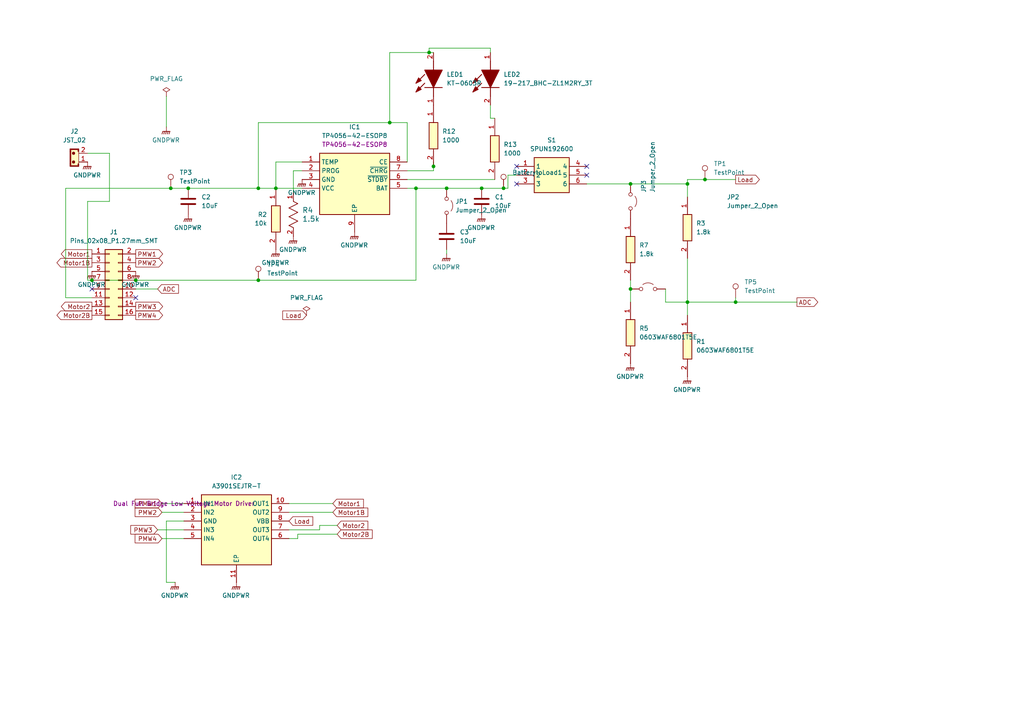
<source format=kicad_sch>
(kicad_sch
	(version 20231120)
	(generator "eeschema")
	(generator_version "8.0")
	(uuid "28245e70-0b5b-4d39-b888-4219c96531da")
	(paper "A4")
	(title_block
		(title "Power Subsystem")
		(company "Makhubela Innocent")
	)
	(lib_symbols
		(symbol "0603WAF1001T5E:0603WAF1001T5E"
			(pin_names hide)
			(exclude_from_sim no)
			(in_bom yes)
			(on_board yes)
			(property "Reference" "R"
				(at 13.97 6.35 0)
				(effects
					(font
						(size 1.27 1.27)
					)
					(justify left top)
				)
			)
			(property "Value" "0603WAF1001T5E"
				(at 13.97 3.81 0)
				(effects
					(font
						(size 1.27 1.27)
					)
					(justify left top)
				)
			)
			(property "Footprint" "RESC1608X55N"
				(at 13.97 -96.19 0)
				(effects
					(font
						(size 1.27 1.27)
					)
					(justify left top)
					(hide yes)
				)
			)
			(property "Datasheet" "https://datasheet.lcsc.com/szlcsc/Uniroyal-Elec-0603WAF1001T5E_C21190.pdf"
				(at 13.97 -196.19 0)
				(effects
					(font
						(size 1.27 1.27)
					)
					(justify left top)
					(hide yes)
				)
			)
			(property "Description" "1k +/-1% 0.1W +/-100ppm/ 0603 Chip Resistor - Surface Mount"
				(at 0 0 0)
				(effects
					(font
						(size 1.27 1.27)
					)
					(hide yes)
				)
			)
			(property "Height" "0.55"
				(at 13.97 -396.19 0)
				(effects
					(font
						(size 1.27 1.27)
					)
					(justify left top)
					(hide yes)
				)
			)
			(property "Manufacturer_Name" "UNI-ROYAL(Uniroyal Elec)"
				(at 13.97 -496.19 0)
				(effects
					(font
						(size 1.27 1.27)
					)
					(justify left top)
					(hide yes)
				)
			)
			(property "Manufacturer_Part_Number" "0603WAF1001T5E"
				(at 13.97 -596.19 0)
				(effects
					(font
						(size 1.27 1.27)
					)
					(justify left top)
					(hide yes)
				)
			)
			(property "Mouser Part Number" ""
				(at 13.97 -696.19 0)
				(effects
					(font
						(size 1.27 1.27)
					)
					(justify left top)
					(hide yes)
				)
			)
			(property "Mouser Price/Stock" ""
				(at 13.97 -796.19 0)
				(effects
					(font
						(size 1.27 1.27)
					)
					(justify left top)
					(hide yes)
				)
			)
			(property "Arrow Part Number" ""
				(at 13.97 -896.19 0)
				(effects
					(font
						(size 1.27 1.27)
					)
					(justify left top)
					(hide yes)
				)
			)
			(property "Arrow Price/Stock" ""
				(at 13.97 -996.19 0)
				(effects
					(font
						(size 1.27 1.27)
					)
					(justify left top)
					(hide yes)
				)
			)
			(symbol "0603WAF1001T5E_1_1"
				(rectangle
					(start 5.08 1.27)
					(end 12.7 -1.27)
					(stroke
						(width 0.254)
						(type default)
					)
					(fill
						(type background)
					)
				)
				(pin passive line
					(at 0 0 0)
					(length 5.08)
					(name "1"
						(effects
							(font
								(size 1.27 1.27)
							)
						)
					)
					(number "1"
						(effects
							(font
								(size 1.27 1.27)
							)
						)
					)
				)
				(pin passive line
					(at 17.78 0 180)
					(length 5.08)
					(name "2"
						(effects
							(font
								(size 1.27 1.27)
							)
						)
					)
					(number "2"
						(effects
							(font
								(size 1.27 1.27)
							)
						)
					)
				)
			)
		)
		(symbol "0603WAF1801T5E:0603WAF1801T5E"
			(pin_names hide)
			(exclude_from_sim no)
			(in_bom yes)
			(on_board yes)
			(property "Reference" "R"
				(at 13.97 6.35 0)
				(effects
					(font
						(size 1.27 1.27)
					)
					(justify left top)
				)
			)
			(property "Value" "0603WAF1801T5E"
				(at 13.97 3.81 0)
				(effects
					(font
						(size 1.27 1.27)
					)
					(justify left top)
				)
			)
			(property "Footprint" "RESC1608X55N"
				(at 13.97 -96.19 0)
				(effects
					(font
						(size 1.27 1.27)
					)
					(justify left top)
					(hide yes)
				)
			)
			(property "Datasheet" "https://datasheet.lcsc.com/szlcsc/Uniroyal-Elec-0603WAF1801T5E_C4177.pdf"
				(at 13.97 -196.19 0)
				(effects
					(font
						(size 1.27 1.27)
					)
					(justify left top)
					(hide yes)
				)
			)
			(property "Description" "Chip Resistor - Surface Mount 1.8KOhms +/-1% 1/10W 0603 RoHS"
				(at 0 0 0)
				(effects
					(font
						(size 1.27 1.27)
					)
					(hide yes)
				)
			)
			(property "Height" "0.55"
				(at 13.97 -396.19 0)
				(effects
					(font
						(size 1.27 1.27)
					)
					(justify left top)
					(hide yes)
				)
			)
			(property "Manufacturer_Name" "Uniroyal Elec"
				(at 13.97 -496.19 0)
				(effects
					(font
						(size 1.27 1.27)
					)
					(justify left top)
					(hide yes)
				)
			)
			(property "Manufacturer_Part_Number" "0603WAF1801T5E"
				(at 13.97 -596.19 0)
				(effects
					(font
						(size 1.27 1.27)
					)
					(justify left top)
					(hide yes)
				)
			)
			(property "Mouser Part Number" ""
				(at 13.97 -696.19 0)
				(effects
					(font
						(size 1.27 1.27)
					)
					(justify left top)
					(hide yes)
				)
			)
			(property "Mouser Price/Stock" ""
				(at 13.97 -796.19 0)
				(effects
					(font
						(size 1.27 1.27)
					)
					(justify left top)
					(hide yes)
				)
			)
			(property "Arrow Part Number" ""
				(at 13.97 -896.19 0)
				(effects
					(font
						(size 1.27 1.27)
					)
					(justify left top)
					(hide yes)
				)
			)
			(property "Arrow Price/Stock" ""
				(at 13.97 -996.19 0)
				(effects
					(font
						(size 1.27 1.27)
					)
					(justify left top)
					(hide yes)
				)
			)
			(symbol "0603WAF1801T5E_1_1"
				(rectangle
					(start 5.08 1.27)
					(end 12.7 -1.27)
					(stroke
						(width 0.254)
						(type default)
					)
					(fill
						(type background)
					)
				)
				(pin passive line
					(at 0 0 0)
					(length 5.08)
					(name "1"
						(effects
							(font
								(size 1.27 1.27)
							)
						)
					)
					(number "1"
						(effects
							(font
								(size 1.27 1.27)
							)
						)
					)
				)
				(pin passive line
					(at 17.78 0 180)
					(length 5.08)
					(name "2"
						(effects
							(font
								(size 1.27 1.27)
							)
						)
					)
					(number "2"
						(effects
							(font
								(size 1.27 1.27)
							)
						)
					)
				)
			)
		)
		(symbol "0603WAF6801T5E:0603WAF6801T5E"
			(pin_names hide)
			(exclude_from_sim no)
			(in_bom yes)
			(on_board yes)
			(property "Reference" "R"
				(at 13.97 6.35 0)
				(effects
					(font
						(size 1.27 1.27)
					)
					(justify left top)
				)
			)
			(property "Value" "0603WAF6801T5E"
				(at 13.97 3.81 0)
				(effects
					(font
						(size 1.27 1.27)
					)
					(justify left top)
				)
			)
			(property "Footprint" "RESC1608X55N"
				(at 13.97 -96.19 0)
				(effects
					(font
						(size 1.27 1.27)
					)
					(justify left top)
					(hide yes)
				)
			)
			(property "Datasheet" "https://datasheet.lcsc.com/lcsc/2206010116_UNI-ROYAL-Uniroyal-Elec-0603WAF6801T5E_C23212.pdf"
				(at 13.97 -196.19 0)
				(effects
					(font
						(size 1.27 1.27)
					)
					(justify left top)
					(hide yes)
				)
			)
			(property "Description" "Chip Resistor - Surface Mount 6.8KOhms +/-1% 1/10W 0603 RoHS"
				(at 0 0 0)
				(effects
					(font
						(size 1.27 1.27)
					)
					(hide yes)
				)
			)
			(property "Height" "0.55"
				(at 13.97 -396.19 0)
				(effects
					(font
						(size 1.27 1.27)
					)
					(justify left top)
					(hide yes)
				)
			)
			(property "Manufacturer_Name" "UNI-ROYAL(Uniroyal Elec)"
				(at 13.97 -496.19 0)
				(effects
					(font
						(size 1.27 1.27)
					)
					(justify left top)
					(hide yes)
				)
			)
			(property "Manufacturer_Part_Number" "0603WAF6801T5E"
				(at 13.97 -596.19 0)
				(effects
					(font
						(size 1.27 1.27)
					)
					(justify left top)
					(hide yes)
				)
			)
			(property "Mouser Part Number" ""
				(at 13.97 -696.19 0)
				(effects
					(font
						(size 1.27 1.27)
					)
					(justify left top)
					(hide yes)
				)
			)
			(property "Mouser Price/Stock" ""
				(at 13.97 -796.19 0)
				(effects
					(font
						(size 1.27 1.27)
					)
					(justify left top)
					(hide yes)
				)
			)
			(property "Arrow Part Number" ""
				(at 13.97 -896.19 0)
				(effects
					(font
						(size 1.27 1.27)
					)
					(justify left top)
					(hide yes)
				)
			)
			(property "Arrow Price/Stock" ""
				(at 13.97 -996.19 0)
				(effects
					(font
						(size 1.27 1.27)
					)
					(justify left top)
					(hide yes)
				)
			)
			(symbol "0603WAF6801T5E_1_1"
				(rectangle
					(start 5.08 1.27)
					(end 12.7 -1.27)
					(stroke
						(width 0.254)
						(type default)
					)
					(fill
						(type background)
					)
				)
				(pin passive line
					(at 0 0 0)
					(length 5.08)
					(name "1"
						(effects
							(font
								(size 1.27 1.27)
							)
						)
					)
					(number "1"
						(effects
							(font
								(size 1.27 1.27)
							)
						)
					)
				)
				(pin passive line
					(at 17.78 0 180)
					(length 5.08)
					(name "2"
						(effects
							(font
								(size 1.27 1.27)
							)
						)
					)
					(number "2"
						(effects
							(font
								(size 1.27 1.27)
							)
						)
					)
				)
			)
		)
		(symbol "1206W4F1002T5E:1206W4F1002T5E"
			(pin_names hide)
			(exclude_from_sim no)
			(in_bom yes)
			(on_board yes)
			(property "Reference" "R"
				(at 13.97 6.35 0)
				(effects
					(font
						(size 1.27 1.27)
					)
					(justify left top)
				)
			)
			(property "Value" "1206W4F1002T5E"
				(at 13.97 3.81 0)
				(effects
					(font
						(size 1.27 1.27)
					)
					(justify left top)
				)
			)
			(property "Footprint" "RESC3116X65N"
				(at 13.97 -96.19 0)
				(effects
					(font
						(size 1.27 1.27)
					)
					(justify left top)
					(hide yes)
				)
			)
			(property "Datasheet" "https://datasheet.lcsc.com/szlcsc/Uniroyal-Elec-1206W4F1002T5E_C17902.pdf"
				(at 13.97 -196.19 0)
				(effects
					(font
						(size 1.27 1.27)
					)
					(justify left top)
					(hide yes)
				)
			)
			(property "Description" "Chip Resistor - Surface Mount 10KOhms +/-1% 1/4W 1206 RoHS"
				(at 0 0 0)
				(effects
					(font
						(size 1.27 1.27)
					)
					(hide yes)
				)
			)
			(property "Height" "0.65"
				(at 13.97 -396.19 0)
				(effects
					(font
						(size 1.27 1.27)
					)
					(justify left top)
					(hide yes)
				)
			)
			(property "Manufacturer_Name" "UNI-ROYAL(Uniroyal Elec)"
				(at 13.97 -496.19 0)
				(effects
					(font
						(size 1.27 1.27)
					)
					(justify left top)
					(hide yes)
				)
			)
			(property "Manufacturer_Part_Number" "1206W4F1002T5E"
				(at 13.97 -596.19 0)
				(effects
					(font
						(size 1.27 1.27)
					)
					(justify left top)
					(hide yes)
				)
			)
			(property "Mouser Part Number" ""
				(at 13.97 -696.19 0)
				(effects
					(font
						(size 1.27 1.27)
					)
					(justify left top)
					(hide yes)
				)
			)
			(property "Mouser Price/Stock" ""
				(at 13.97 -796.19 0)
				(effects
					(font
						(size 1.27 1.27)
					)
					(justify left top)
					(hide yes)
				)
			)
			(property "Arrow Part Number" ""
				(at 13.97 -896.19 0)
				(effects
					(font
						(size 1.27 1.27)
					)
					(justify left top)
					(hide yes)
				)
			)
			(property "Arrow Price/Stock" ""
				(at 13.97 -996.19 0)
				(effects
					(font
						(size 1.27 1.27)
					)
					(justify left top)
					(hide yes)
				)
			)
			(symbol "1206W4F1002T5E_1_1"
				(rectangle
					(start 5.08 1.27)
					(end 12.7 -1.27)
					(stroke
						(width 0.254)
						(type default)
					)
					(fill
						(type background)
					)
				)
				(pin passive line
					(at 0 0 0)
					(length 5.08)
					(name "1"
						(effects
							(font
								(size 1.27 1.27)
							)
						)
					)
					(number "1"
						(effects
							(font
								(size 1.27 1.27)
							)
						)
					)
				)
				(pin passive line
					(at 17.78 0 180)
					(length 5.08)
					(name "2"
						(effects
							(font
								(size 1.27 1.27)
							)
						)
					)
					(number "2"
						(effects
							(font
								(size 1.27 1.27)
							)
						)
					)
				)
			)
		)
		(symbol "19-217_BHC-ZL1M2RY_3T:19-217_BHC-ZL1M2RY_3T"
			(pin_names hide)
			(exclude_from_sim no)
			(in_bom yes)
			(on_board yes)
			(property "Reference" "LED"
				(at 12.7 8.89 0)
				(effects
					(font
						(size 1.27 1.27)
					)
					(justify left bottom)
				)
			)
			(property "Value" "19-217_BHC-ZL1M2RY_3T"
				(at 12.7 6.35 0)
				(effects
					(font
						(size 1.27 1.27)
					)
					(justify left bottom)
				)
			)
			(property "Footprint" "19217BHCZL1M2RY3T"
				(at 12.7 -93.65 0)
				(effects
					(font
						(size 1.27 1.27)
					)
					(justify left bottom)
					(hide yes)
				)
			)
			(property "Datasheet" "https://datasheet.datasheetarchive.com/originals/distributors/Datasheets-3/DSA-55064.pdf"
				(at 12.7 -193.65 0)
				(effects
					(font
						(size 1.27 1.27)
					)
					(justify left bottom)
					(hide yes)
				)
			)
			(property "Description" "Blue LED Indication - Discrete 2.8V 0603 (1608 Metric)"
				(at 0 0 0)
				(effects
					(font
						(size 1.27 1.27)
					)
					(hide yes)
				)
			)
			(property "Height" "0.45"
				(at 12.7 -393.65 0)
				(effects
					(font
						(size 1.27 1.27)
					)
					(justify left bottom)
					(hide yes)
				)
			)
			(property "Manufacturer_Name" "Everlight"
				(at 12.7 -493.65 0)
				(effects
					(font
						(size 1.27 1.27)
					)
					(justify left bottom)
					(hide yes)
				)
			)
			(property "Manufacturer_Part_Number" "19-217/BHC-ZL1M2RY/3T"
				(at 12.7 -593.65 0)
				(effects
					(font
						(size 1.27 1.27)
					)
					(justify left bottom)
					(hide yes)
				)
			)
			(property "Mouser Part Number" ""
				(at 12.7 -693.65 0)
				(effects
					(font
						(size 1.27 1.27)
					)
					(justify left bottom)
					(hide yes)
				)
			)
			(property "Mouser Price/Stock" ""
				(at 12.7 -793.65 0)
				(effects
					(font
						(size 1.27 1.27)
					)
					(justify left bottom)
					(hide yes)
				)
			)
			(property "Arrow Part Number" ""
				(at 12.7 -893.65 0)
				(effects
					(font
						(size 1.27 1.27)
					)
					(justify left bottom)
					(hide yes)
				)
			)
			(property "Arrow Price/Stock" ""
				(at 12.7 -993.65 0)
				(effects
					(font
						(size 1.27 1.27)
					)
					(justify left bottom)
					(hide yes)
				)
			)
			(symbol "19-217_BHC-ZL1M2RY_3T_1_1"
				(polyline
					(pts
						(xy 2.54 0) (xy 5.08 0)
					)
					(stroke
						(width 0.254)
						(type default)
					)
					(fill
						(type none)
					)
				)
				(polyline
					(pts
						(xy 5.08 2.54) (xy 5.08 -2.54)
					)
					(stroke
						(width 0.254)
						(type default)
					)
					(fill
						(type none)
					)
				)
				(polyline
					(pts
						(xy 6.35 2.54) (xy 3.81 5.08)
					)
					(stroke
						(width 0.254)
						(type default)
					)
					(fill
						(type none)
					)
				)
				(polyline
					(pts
						(xy 8.89 2.54) (xy 6.35 5.08)
					)
					(stroke
						(width 0.254)
						(type default)
					)
					(fill
						(type none)
					)
				)
				(polyline
					(pts
						(xy 10.16 0) (xy 12.7 0)
					)
					(stroke
						(width 0.254)
						(type default)
					)
					(fill
						(type none)
					)
				)
				(polyline
					(pts
						(xy 5.08 0) (xy 10.16 2.54) (xy 10.16 -2.54) (xy 5.08 0)
					)
					(stroke
						(width 0.254)
						(type default)
					)
					(fill
						(type outline)
					)
				)
				(polyline
					(pts
						(xy 5.334 4.318) (xy 4.572 3.556) (xy 3.81 5.08) (xy 5.334 4.318)
					)
					(stroke
						(width 0.254)
						(type default)
					)
					(fill
						(type outline)
					)
				)
				(polyline
					(pts
						(xy 7.874 4.318) (xy 7.112 3.556) (xy 6.35 5.08) (xy 7.874 4.318)
					)
					(stroke
						(width 0.254)
						(type default)
					)
					(fill
						(type outline)
					)
				)
				(pin passive line
					(at 15.24 0 180)
					(length 2.54)
					(name "A"
						(effects
							(font
								(size 1.27 1.27)
							)
						)
					)
					(number "1"
						(effects
							(font
								(size 1.27 1.27)
							)
						)
					)
				)
				(pin passive line
					(at 0 0 0)
					(length 2.54)
					(name "K"
						(effects
							(font
								(size 1.27 1.27)
							)
						)
					)
					(number "2"
						(effects
							(font
								(size 1.27 1.27)
							)
						)
					)
				)
			)
		)
		(symbol "2024-03-22_12-48-46:0805W8F1001T5E"
			(pin_names
				(offset 0.254)
			)
			(exclude_from_sim no)
			(in_bom yes)
			(on_board yes)
			(property "Reference" "R"
				(at 5.715 3.81 0)
				(effects
					(font
						(size 1.524 1.524)
					)
				)
			)
			(property "Value" "0805W8F1001T5E"
				(at 6.35 -3.81 0)
				(effects
					(font
						(size 1.524 1.524)
					)
				)
			)
			(property "Footprint" "RES_8F1001T5E_UNR"
				(at 0 0 0)
				(effects
					(font
						(size 1.27 1.27)
						(italic yes)
					)
					(hide yes)
				)
			)
			(property "Datasheet" "0805W8F1001T5E"
				(at 0 0 0)
				(effects
					(font
						(size 1.27 1.27)
						(italic yes)
					)
					(hide yes)
				)
			)
			(property "Description" ""
				(at 0 0 0)
				(effects
					(font
						(size 1.27 1.27)
					)
					(hide yes)
				)
			)
			(property "ki_locked" ""
				(at 0 0 0)
				(effects
					(font
						(size 1.27 1.27)
					)
				)
			)
			(property "ki_keywords" "0805W8F1001T5E"
				(at 0 0 0)
				(effects
					(font
						(size 1.27 1.27)
					)
					(hide yes)
				)
			)
			(property "ki_fp_filters" "RES_8F1001T5E_UNR RES_8F1001T5E_UNR-M RES_8F1001T5E_UNR-L"
				(at 0 0 0)
				(effects
					(font
						(size 1.27 1.27)
					)
					(hide yes)
				)
			)
			(symbol "0805W8F1001T5E_0_1"
				(polyline
					(pts
						(xy 2.54 0) (xy 3.175 1.27)
					)
					(stroke
						(width 0.2032)
						(type default)
					)
					(fill
						(type none)
					)
				)
				(polyline
					(pts
						(xy 3.175 1.27) (xy 4.445 -1.27)
					)
					(stroke
						(width 0.2032)
						(type default)
					)
					(fill
						(type none)
					)
				)
				(polyline
					(pts
						(xy 4.445 -1.27) (xy 5.715 1.27)
					)
					(stroke
						(width 0.2032)
						(type default)
					)
					(fill
						(type none)
					)
				)
				(polyline
					(pts
						(xy 5.715 1.27) (xy 6.985 -1.27)
					)
					(stroke
						(width 0.2032)
						(type default)
					)
					(fill
						(type none)
					)
				)
				(polyline
					(pts
						(xy 6.985 -1.27) (xy 8.255 1.27)
					)
					(stroke
						(width 0.2032)
						(type default)
					)
					(fill
						(type none)
					)
				)
				(polyline
					(pts
						(xy 8.255 1.27) (xy 9.525 -1.27)
					)
					(stroke
						(width 0.2032)
						(type default)
					)
					(fill
						(type none)
					)
				)
				(polyline
					(pts
						(xy 9.525 -1.27) (xy 10.16 0)
					)
					(stroke
						(width 0.2032)
						(type default)
					)
					(fill
						(type none)
					)
				)
				(pin unspecified line
					(at 0 0 0)
					(length 2.54)
					(name ""
						(effects
							(font
								(size 1.27 1.27)
							)
						)
					)
					(number "1"
						(effects
							(font
								(size 1.27 1.27)
							)
						)
					)
				)
				(pin unspecified line
					(at 12.7 0 180)
					(length 2.54)
					(name ""
						(effects
							(font
								(size 1.27 1.27)
							)
						)
					)
					(number "2"
						(effects
							(font
								(size 1.27 1.27)
							)
						)
					)
				)
			)
		)
		(symbol "A3901SEJTR-T:A3901SEJTR-T"
			(exclude_from_sim no)
			(in_bom yes)
			(on_board yes)
			(property "Reference" "IC"
				(at 26.67 7.62 0)
				(effects
					(font
						(size 1.27 1.27)
					)
					(justify left top)
				)
			)
			(property "Value" "A3901SEJTR-T"
				(at 26.67 5.08 0)
				(effects
					(font
						(size 1.27 1.27)
					)
					(justify left top)
				)
			)
			(property "Footprint" "SON50P300X300X75-11N-D"
				(at 26.67 -94.92 0)
				(effects
					(font
						(size 1.27 1.27)
					)
					(justify left top)
					(hide yes)
				)
			)
			(property "Datasheet" "https://www.allegromicro.com/-/media/files/datasheets/a3901-datasheet.pdf"
				(at 26.67 -194.92 0)
				(effects
					(font
						(size 1.27 1.27)
					)
					(justify left top)
					(hide yes)
				)
			)
			(property "Description" "Dual Full Bridge Low Voltage Motor Driver"
				(at 0 0 0)
				(effects
					(font
						(size 1.27 1.27)
					)
					(hide yes)
				)
			)
			(property "Height" "0.75"
				(at 26.67 -394.92 0)
				(effects
					(font
						(size 1.27 1.27)
					)
					(justify left top)
					(hide yes)
				)
			)
			(property "Manufacturer_Name" "Allegro Microsystems"
				(at 26.67 -494.92 0)
				(effects
					(font
						(size 1.27 1.27)
					)
					(justify left top)
					(hide yes)
				)
			)
			(property "Manufacturer_Part_Number" "A3901SEJTR-T"
				(at 26.67 -594.92 0)
				(effects
					(font
						(size 1.27 1.27)
					)
					(justify left top)
					(hide yes)
				)
			)
			(property "Mouser Part Number" "250-A3901SEJTR-T"
				(at 26.67 -694.92 0)
				(effects
					(font
						(size 1.27 1.27)
					)
					(justify left top)
					(hide yes)
				)
			)
			(property "Mouser Price/Stock" "https://www.mouser.co.uk/ProductDetail/Allegro-MicroSystems/A3901SEJTR-T?qs=pUKx8fyJudDgNwRr7jvpLg%3D%3D"
				(at 26.67 -794.92 0)
				(effects
					(font
						(size 1.27 1.27)
					)
					(justify left top)
					(hide yes)
				)
			)
			(property "Arrow Part Number" "A3901SEJTR-T"
				(at 26.67 -894.92 0)
				(effects
					(font
						(size 1.27 1.27)
					)
					(justify left top)
					(hide yes)
				)
			)
			(property "Arrow Price/Stock" "https://www.arrow.com/en/products/a3901sejtr-t/allegro-microsystems"
				(at 26.67 -994.92 0)
				(effects
					(font
						(size 1.27 1.27)
					)
					(justify left top)
					(hide yes)
				)
			)
			(symbol "A3901SEJTR-T_1_1"
				(rectangle
					(start 5.08 2.54)
					(end 25.4 -17.78)
					(stroke
						(width 0.254)
						(type default)
					)
					(fill
						(type background)
					)
				)
				(pin passive line
					(at 0 0 0)
					(length 5.08)
					(name "IN1"
						(effects
							(font
								(size 1.27 1.27)
							)
						)
					)
					(number "1"
						(effects
							(font
								(size 1.27 1.27)
							)
						)
					)
				)
				(pin passive line
					(at 30.48 0 180)
					(length 5.08)
					(name "OUT1"
						(effects
							(font
								(size 1.27 1.27)
							)
						)
					)
					(number "10"
						(effects
							(font
								(size 1.27 1.27)
							)
						)
					)
				)
				(pin passive line
					(at 15.24 -22.86 90)
					(length 5.08)
					(name "EP"
						(effects
							(font
								(size 1.27 1.27)
							)
						)
					)
					(number "11"
						(effects
							(font
								(size 1.27 1.27)
							)
						)
					)
				)
				(pin passive line
					(at 0 -2.54 0)
					(length 5.08)
					(name "IN2"
						(effects
							(font
								(size 1.27 1.27)
							)
						)
					)
					(number "2"
						(effects
							(font
								(size 1.27 1.27)
							)
						)
					)
				)
				(pin passive line
					(at 0 -5.08 0)
					(length 5.08)
					(name "GND"
						(effects
							(font
								(size 1.27 1.27)
							)
						)
					)
					(number "3"
						(effects
							(font
								(size 1.27 1.27)
							)
						)
					)
				)
				(pin passive line
					(at 0 -7.62 0)
					(length 5.08)
					(name "IN3"
						(effects
							(font
								(size 1.27 1.27)
							)
						)
					)
					(number "4"
						(effects
							(font
								(size 1.27 1.27)
							)
						)
					)
				)
				(pin passive line
					(at 0 -10.16 0)
					(length 5.08)
					(name "IN4"
						(effects
							(font
								(size 1.27 1.27)
							)
						)
					)
					(number "5"
						(effects
							(font
								(size 1.27 1.27)
							)
						)
					)
				)
				(pin passive line
					(at 30.48 -10.16 180)
					(length 5.08)
					(name "OUT4"
						(effects
							(font
								(size 1.27 1.27)
							)
						)
					)
					(number "6"
						(effects
							(font
								(size 1.27 1.27)
							)
						)
					)
				)
				(pin passive line
					(at 30.48 -7.62 180)
					(length 5.08)
					(name "OUT3"
						(effects
							(font
								(size 1.27 1.27)
							)
						)
					)
					(number "7"
						(effects
							(font
								(size 1.27 1.27)
							)
						)
					)
				)
				(pin passive line
					(at 30.48 -5.08 180)
					(length 5.08)
					(name "VBB"
						(effects
							(font
								(size 1.27 1.27)
							)
						)
					)
					(number "8"
						(effects
							(font
								(size 1.27 1.27)
							)
						)
					)
				)
				(pin passive line
					(at 30.48 -2.54 180)
					(length 5.08)
					(name "OUT2"
						(effects
							(font
								(size 1.27 1.27)
							)
						)
					)
					(number "9"
						(effects
							(font
								(size 1.27 1.27)
							)
						)
					)
				)
			)
		)
		(symbol "Connector:TestPoint"
			(pin_numbers hide)
			(pin_names
				(offset 0.762) hide)
			(exclude_from_sim no)
			(in_bom yes)
			(on_board yes)
			(property "Reference" "TP"
				(at 0 6.858 0)
				(effects
					(font
						(size 1.27 1.27)
					)
				)
			)
			(property "Value" "TestPoint"
				(at 0 5.08 0)
				(effects
					(font
						(size 1.27 1.27)
					)
				)
			)
			(property "Footprint" ""
				(at 5.08 0 0)
				(effects
					(font
						(size 1.27 1.27)
					)
					(hide yes)
				)
			)
			(property "Datasheet" "~"
				(at 5.08 0 0)
				(effects
					(font
						(size 1.27 1.27)
					)
					(hide yes)
				)
			)
			(property "Description" "test point"
				(at 0 0 0)
				(effects
					(font
						(size 1.27 1.27)
					)
					(hide yes)
				)
			)
			(property "ki_keywords" "test point tp"
				(at 0 0 0)
				(effects
					(font
						(size 1.27 1.27)
					)
					(hide yes)
				)
			)
			(property "ki_fp_filters" "Pin* Test*"
				(at 0 0 0)
				(effects
					(font
						(size 1.27 1.27)
					)
					(hide yes)
				)
			)
			(symbol "TestPoint_0_1"
				(circle
					(center 0 3.302)
					(radius 0.762)
					(stroke
						(width 0)
						(type default)
					)
					(fill
						(type none)
					)
				)
			)
			(symbol "TestPoint_1_1"
				(pin passive line
					(at 0 0 90)
					(length 2.54)
					(name "1"
						(effects
							(font
								(size 1.27 1.27)
							)
						)
					)
					(number "1"
						(effects
							(font
								(size 1.27 1.27)
							)
						)
					)
				)
			)
		)
		(symbol "Device:C"
			(pin_numbers hide)
			(pin_names
				(offset 0.254)
			)
			(exclude_from_sim no)
			(in_bom yes)
			(on_board yes)
			(property "Reference" "C"
				(at 0.635 2.54 0)
				(effects
					(font
						(size 1.27 1.27)
					)
					(justify left)
				)
			)
			(property "Value" "C"
				(at 0.635 -2.54 0)
				(effects
					(font
						(size 1.27 1.27)
					)
					(justify left)
				)
			)
			(property "Footprint" ""
				(at 0.9652 -3.81 0)
				(effects
					(font
						(size 1.27 1.27)
					)
					(hide yes)
				)
			)
			(property "Datasheet" "~"
				(at 0 0 0)
				(effects
					(font
						(size 1.27 1.27)
					)
					(hide yes)
				)
			)
			(property "Description" "Unpolarized capacitor"
				(at 0 0 0)
				(effects
					(font
						(size 1.27 1.27)
					)
					(hide yes)
				)
			)
			(property "ki_keywords" "cap capacitor"
				(at 0 0 0)
				(effects
					(font
						(size 1.27 1.27)
					)
					(hide yes)
				)
			)
			(property "ki_fp_filters" "C_*"
				(at 0 0 0)
				(effects
					(font
						(size 1.27 1.27)
					)
					(hide yes)
				)
			)
			(symbol "C_0_1"
				(polyline
					(pts
						(xy -2.032 -0.762) (xy 2.032 -0.762)
					)
					(stroke
						(width 0.508)
						(type default)
					)
					(fill
						(type none)
					)
				)
				(polyline
					(pts
						(xy -2.032 0.762) (xy 2.032 0.762)
					)
					(stroke
						(width 0.508)
						(type default)
					)
					(fill
						(type none)
					)
				)
			)
			(symbol "C_1_1"
				(pin passive line
					(at 0 3.81 270)
					(length 2.794)
					(name "~"
						(effects
							(font
								(size 1.27 1.27)
							)
						)
					)
					(number "1"
						(effects
							(font
								(size 1.27 1.27)
							)
						)
					)
				)
				(pin passive line
					(at 0 -3.81 90)
					(length 2.794)
					(name "~"
						(effects
							(font
								(size 1.27 1.27)
							)
						)
					)
					(number "2"
						(effects
							(font
								(size 1.27 1.27)
							)
						)
					)
				)
			)
		)
		(symbol "Jumper:Jumper_2_Open"
			(pin_numbers hide)
			(pin_names
				(offset 0) hide)
			(exclude_from_sim yes)
			(in_bom yes)
			(on_board yes)
			(property "Reference" "JP"
				(at 0 2.794 0)
				(effects
					(font
						(size 1.27 1.27)
					)
				)
			)
			(property "Value" "Jumper_2_Open"
				(at 0 -2.286 0)
				(effects
					(font
						(size 1.27 1.27)
					)
				)
			)
			(property "Footprint" ""
				(at 0 0 0)
				(effects
					(font
						(size 1.27 1.27)
					)
					(hide yes)
				)
			)
			(property "Datasheet" "~"
				(at 0 0 0)
				(effects
					(font
						(size 1.27 1.27)
					)
					(hide yes)
				)
			)
			(property "Description" "Jumper, 2-pole, open"
				(at 0 0 0)
				(effects
					(font
						(size 1.27 1.27)
					)
					(hide yes)
				)
			)
			(property "ki_keywords" "Jumper SPST"
				(at 0 0 0)
				(effects
					(font
						(size 1.27 1.27)
					)
					(hide yes)
				)
			)
			(property "ki_fp_filters" "Jumper* TestPoint*2Pads* TestPoint*Bridge*"
				(at 0 0 0)
				(effects
					(font
						(size 1.27 1.27)
					)
					(hide yes)
				)
			)
			(symbol "Jumper_2_Open_0_0"
				(circle
					(center -2.032 0)
					(radius 0.508)
					(stroke
						(width 0)
						(type default)
					)
					(fill
						(type none)
					)
				)
				(circle
					(center 2.032 0)
					(radius 0.508)
					(stroke
						(width 0)
						(type default)
					)
					(fill
						(type none)
					)
				)
			)
			(symbol "Jumper_2_Open_0_1"
				(arc
					(start 1.524 1.27)
					(mid 0 1.778)
					(end -1.524 1.27)
					(stroke
						(width 0)
						(type default)
					)
					(fill
						(type none)
					)
				)
			)
			(symbol "Jumper_2_Open_1_1"
				(pin passive line
					(at -5.08 0 0)
					(length 2.54)
					(name "A"
						(effects
							(font
								(size 1.27 1.27)
							)
						)
					)
					(number "1"
						(effects
							(font
								(size 1.27 1.27)
							)
						)
					)
				)
				(pin passive line
					(at 5.08 0 180)
					(length 2.54)
					(name "B"
						(effects
							(font
								(size 1.27 1.27)
							)
						)
					)
					(number "2"
						(effects
							(font
								(size 1.27 1.27)
							)
						)
					)
				)
			)
		)
		(symbol "KT-0603R:KT-0603R"
			(pin_names hide)
			(exclude_from_sim no)
			(in_bom yes)
			(on_board yes)
			(property "Reference" "LED"
				(at 12.7 8.89 0)
				(effects
					(font
						(size 1.27 1.27)
					)
					(justify left bottom)
				)
			)
			(property "Value" "KT-0603R"
				(at 12.7 6.35 0)
				(effects
					(font
						(size 1.27 1.27)
					)
					(justify left bottom)
				)
			)
			(property "Footprint" "LEDC1608X70N"
				(at 12.7 -93.65 0)
				(effects
					(font
						(size 1.27 1.27)
					)
					(justify left bottom)
					(hide yes)
				)
			)
			(property "Datasheet" "https://datasheet.lcsc.com/szlcsc/Hubei-KENTO-Elec-KT-0603R_C2286.pdf"
				(at 12.7 -193.65 0)
				(effects
					(font
						(size 1.27 1.27)
					)
					(justify left bottom)
					(hide yes)
				)
			)
			(property "Description" "Red 615~630nm 1.9~2.2V 0603 Light Emitting Diodes (LED) RoHS"
				(at 0 0 0)
				(effects
					(font
						(size 1.27 1.27)
					)
					(hide yes)
				)
			)
			(property "Height" "0.7"
				(at 12.7 -393.65 0)
				(effects
					(font
						(size 1.27 1.27)
					)
					(justify left bottom)
					(hide yes)
				)
			)
			(property "Manufacturer_Name" "Hubei KENTO Elec"
				(at 12.7 -493.65 0)
				(effects
					(font
						(size 1.27 1.27)
					)
					(justify left bottom)
					(hide yes)
				)
			)
			(property "Manufacturer_Part_Number" "KT-0603R"
				(at 12.7 -593.65 0)
				(effects
					(font
						(size 1.27 1.27)
					)
					(justify left bottom)
					(hide yes)
				)
			)
			(property "Mouser Part Number" ""
				(at 12.7 -693.65 0)
				(effects
					(font
						(size 1.27 1.27)
					)
					(justify left bottom)
					(hide yes)
				)
			)
			(property "Mouser Price/Stock" ""
				(at 12.7 -793.65 0)
				(effects
					(font
						(size 1.27 1.27)
					)
					(justify left bottom)
					(hide yes)
				)
			)
			(property "Arrow Part Number" ""
				(at 12.7 -893.65 0)
				(effects
					(font
						(size 1.27 1.27)
					)
					(justify left bottom)
					(hide yes)
				)
			)
			(property "Arrow Price/Stock" ""
				(at 12.7 -993.65 0)
				(effects
					(font
						(size 1.27 1.27)
					)
					(justify left bottom)
					(hide yes)
				)
			)
			(symbol "KT-0603R_1_1"
				(polyline
					(pts
						(xy 2.54 0) (xy 5.08 0)
					)
					(stroke
						(width 0.254)
						(type default)
					)
					(fill
						(type none)
					)
				)
				(polyline
					(pts
						(xy 5.08 2.54) (xy 5.08 -2.54)
					)
					(stroke
						(width 0.254)
						(type default)
					)
					(fill
						(type none)
					)
				)
				(polyline
					(pts
						(xy 6.35 2.54) (xy 3.81 5.08)
					)
					(stroke
						(width 0.254)
						(type default)
					)
					(fill
						(type none)
					)
				)
				(polyline
					(pts
						(xy 8.89 2.54) (xy 6.35 5.08)
					)
					(stroke
						(width 0.254)
						(type default)
					)
					(fill
						(type none)
					)
				)
				(polyline
					(pts
						(xy 10.16 0) (xy 12.7 0)
					)
					(stroke
						(width 0.254)
						(type default)
					)
					(fill
						(type none)
					)
				)
				(polyline
					(pts
						(xy 5.08 0) (xy 10.16 2.54) (xy 10.16 -2.54) (xy 5.08 0)
					)
					(stroke
						(width 0.254)
						(type default)
					)
					(fill
						(type outline)
					)
				)
				(polyline
					(pts
						(xy 5.334 4.318) (xy 4.572 3.556) (xy 3.81 5.08) (xy 5.334 4.318)
					)
					(stroke
						(width 0.254)
						(type default)
					)
					(fill
						(type outline)
					)
				)
				(polyline
					(pts
						(xy 7.874 4.318) (xy 7.112 3.556) (xy 6.35 5.08) (xy 7.874 4.318)
					)
					(stroke
						(width 0.254)
						(type default)
					)
					(fill
						(type outline)
					)
				)
				(pin passive line
					(at 0 0 0)
					(length 2.54)
					(name "K"
						(effects
							(font
								(size 1.27 1.27)
							)
						)
					)
					(number "1"
						(effects
							(font
								(size 1.27 1.27)
							)
						)
					)
				)
				(pin passive line
					(at 15.24 0 180)
					(length 2.54)
					(name "A"
						(effects
							(font
								(size 1.27 1.27)
							)
						)
					)
					(number "2"
						(effects
							(font
								(size 1.27 1.27)
							)
						)
					)
				)
			)
		)
		(symbol "PCM_4ms_Connector:Pins_02x08_P1.27mm_SMT"
			(pin_names
				(offset 1.016) hide)
			(exclude_from_sim no)
			(in_bom yes)
			(on_board yes)
			(property "Reference" "J"
				(at 0 11.43 0)
				(effects
					(font
						(size 1.27 1.27)
					)
				)
			)
			(property "Value" "Pins_02x08_P1.27mm_SMT"
				(at 0 -11.43 0)
				(effects
					(font
						(size 1.27 1.27)
					)
				)
			)
			(property "Footprint" "4ms_Connector:Pins_2x08_1.27mm_SMD"
				(at 1.905 -22.86 0)
				(effects
					(font
						(size 1.27 1.27)
					)
					(hide yes)
				)
			)
			(property "Datasheet" "https://www.mouser.com/datasheet/2/527/ftsh_smt-1316912.pdf"
				(at -1.27 0 0)
				(effects
					(font
						(size 1.27 1.27)
					)
					(hide yes)
				)
			)
			(property "Description" "Header 2x8 Pins, Pitch=1.27mm, Pin Height=3mm, TotalHeight=6mm, Vertical, SMT"
				(at 0 0 0)
				(effects
					(font
						(size 1.27 1.27)
					)
					(hide yes)
				)
			)
			(property "Specifications" "Header 2x8 Pins, Pitch=1.27mm, Pin Height=3mm, Vertical, SMT"
				(at 1.27 -17.145 0)
				(effects
					(font
						(size 1.27 1.27)
					)
					(hide yes)
				)
			)
			(property "Manufacturer" "Samtec"
				(at -0.635 -19.05 0)
				(effects
					(font
						(size 1.27 1.27)
					)
					(hide yes)
				)
			)
			(property "Part Number" "FTSH-108-01-F-DV"
				(at -1.27 -20.955 0)
				(effects
					(font
						(size 1.27 1.27)
					)
					(hide yes)
				)
			)
			(property "ki_keywords" "2x8 Pin Header SMT 0.05\" 1.27mm"
				(at 0 0 0)
				(effects
					(font
						(size 1.27 1.27)
					)
					(hide yes)
				)
			)
			(property "ki_fp_filters" "Connector*:*_2x??_*"
				(at 0 0 0)
				(effects
					(font
						(size 1.27 1.27)
					)
					(hide yes)
				)
			)
			(symbol "Pins_02x08_P1.27mm_SMT_1_1"
				(rectangle
					(start -2.54 -8.763)
					(end -1.27 -9.017)
					(stroke
						(width 0)
						(type default)
					)
					(fill
						(type none)
					)
				)
				(rectangle
					(start -2.54 -6.223)
					(end -1.27 -6.477)
					(stroke
						(width 0)
						(type default)
					)
					(fill
						(type none)
					)
				)
				(rectangle
					(start -2.54 -3.683)
					(end -1.27 -3.937)
					(stroke
						(width 0)
						(type default)
					)
					(fill
						(type none)
					)
				)
				(rectangle
					(start -2.54 -1.143)
					(end -1.27 -1.397)
					(stroke
						(width 0)
						(type default)
					)
					(fill
						(type none)
					)
				)
				(rectangle
					(start -2.54 1.397)
					(end -1.27 1.143)
					(stroke
						(width 0)
						(type default)
					)
					(fill
						(type none)
					)
				)
				(rectangle
					(start -2.54 3.937)
					(end -1.27 3.683)
					(stroke
						(width 0)
						(type default)
					)
					(fill
						(type none)
					)
				)
				(rectangle
					(start -2.54 6.477)
					(end -1.27 6.223)
					(stroke
						(width 0)
						(type default)
					)
					(fill
						(type none)
					)
				)
				(rectangle
					(start -2.54 9.017)
					(end -1.27 8.763)
					(stroke
						(width 0)
						(type default)
					)
					(fill
						(type none)
					)
				)
				(rectangle
					(start -2.54 10.16)
					(end 2.54 -10.16)
					(stroke
						(width 0.254)
						(type default)
					)
					(fill
						(type background)
					)
				)
				(rectangle
					(start 1.27 -8.763)
					(end 2.54 -9.017)
					(stroke
						(width 0)
						(type default)
					)
					(fill
						(type none)
					)
				)
				(rectangle
					(start 1.27 -6.223)
					(end 2.54 -6.477)
					(stroke
						(width 0)
						(type default)
					)
					(fill
						(type none)
					)
				)
				(rectangle
					(start 1.27 -3.683)
					(end 2.54 -3.937)
					(stroke
						(width 0)
						(type default)
					)
					(fill
						(type none)
					)
				)
				(rectangle
					(start 1.27 -1.143)
					(end 2.54 -1.397)
					(stroke
						(width 0)
						(type default)
					)
					(fill
						(type none)
					)
				)
				(rectangle
					(start 1.27 1.397)
					(end 2.54 1.143)
					(stroke
						(width 0)
						(type default)
					)
					(fill
						(type none)
					)
				)
				(rectangle
					(start 1.27 3.937)
					(end 2.54 3.683)
					(stroke
						(width 0)
						(type default)
					)
					(fill
						(type none)
					)
				)
				(rectangle
					(start 1.27 6.477)
					(end 2.54 6.223)
					(stroke
						(width 0)
						(type default)
					)
					(fill
						(type none)
					)
				)
				(rectangle
					(start 1.27 9.017)
					(end 2.54 8.763)
					(stroke
						(width 0)
						(type default)
					)
					(fill
						(type none)
					)
				)
				(pin passive line
					(at -6.35 8.89 0)
					(length 3.81)
					(name "P1"
						(effects
							(font
								(size 1.27 1.27)
							)
						)
					)
					(number "1"
						(effects
							(font
								(size 1.27 1.27)
							)
						)
					)
				)
				(pin passive line
					(at 6.35 -1.27 180)
					(length 3.81)
					(name "GND"
						(effects
							(font
								(size 1.27 1.27)
							)
						)
					)
					(number "10"
						(effects
							(font
								(size 1.27 1.27)
							)
						)
					)
				)
				(pin passive line
					(at -6.35 -3.81 0)
					(length 3.81)
					(name "GND"
						(effects
							(font
								(size 1.27 1.27)
							)
						)
					)
					(number "11"
						(effects
							(font
								(size 1.27 1.27)
							)
						)
					)
				)
				(pin passive line
					(at 6.35 -3.81 180)
					(length 3.81)
					(name "GND"
						(effects
							(font
								(size 1.27 1.27)
							)
						)
					)
					(number "12"
						(effects
							(font
								(size 1.27 1.27)
							)
						)
					)
				)
				(pin passive line
					(at -6.35 -6.35 0)
					(length 3.81)
					(name "-12"
						(effects
							(font
								(size 1.27 1.27)
							)
						)
					)
					(number "13"
						(effects
							(font
								(size 1.27 1.27)
							)
						)
					)
				)
				(pin passive line
					(at 6.35 -6.35 180)
					(length 3.81)
					(name "-12V"
						(effects
							(font
								(size 1.27 1.27)
							)
						)
					)
					(number "14"
						(effects
							(font
								(size 1.27 1.27)
							)
						)
					)
				)
				(pin passive line
					(at -6.35 -8.89 0)
					(length 3.81)
					(name "-12V"
						(effects
							(font
								(size 1.27 1.27)
							)
						)
					)
					(number "15"
						(effects
							(font
								(size 1.27 1.27)
							)
						)
					)
				)
				(pin passive line
					(at 6.35 -8.89 180)
					(length 3.81)
					(name "P16"
						(effects
							(font
								(size 1.27 1.27)
							)
						)
					)
					(number "16"
						(effects
							(font
								(size 1.27 1.27)
							)
						)
					)
				)
				(pin passive line
					(at 6.35 8.89 180)
					(length 3.81)
					(name "P2"
						(effects
							(font
								(size 1.27 1.27)
							)
						)
					)
					(number "2"
						(effects
							(font
								(size 1.27 1.27)
							)
						)
					)
				)
				(pin passive line
					(at -6.35 6.35 0)
					(length 3.81)
					(name "P3"
						(effects
							(font
								(size 1.27 1.27)
							)
						)
					)
					(number "3"
						(effects
							(font
								(size 1.27 1.27)
							)
						)
					)
				)
				(pin passive line
					(at 6.35 6.35 180)
					(length 3.81)
					(name "P4"
						(effects
							(font
								(size 1.27 1.27)
							)
						)
					)
					(number "4"
						(effects
							(font
								(size 1.27 1.27)
							)
						)
					)
				)
				(pin passive line
					(at -6.35 3.81 0)
					(length 3.81)
					(name "+12V"
						(effects
							(font
								(size 1.27 1.27)
							)
						)
					)
					(number "5"
						(effects
							(font
								(size 1.27 1.27)
							)
						)
					)
				)
				(pin passive line
					(at 6.35 3.81 180)
					(length 3.81)
					(name "P6"
						(effects
							(font
								(size 1.27 1.27)
							)
						)
					)
					(number "6"
						(effects
							(font
								(size 1.27 1.27)
							)
						)
					)
				)
				(pin passive line
					(at -6.35 1.27 0)
					(length 3.81)
					(name "12V"
						(effects
							(font
								(size 1.27 1.27)
							)
						)
					)
					(number "7"
						(effects
							(font
								(size 1.27 1.27)
							)
						)
					)
				)
				(pin passive line
					(at 6.35 1.27 180)
					(length 3.81)
					(name "+12V"
						(effects
							(font
								(size 1.27 1.27)
							)
						)
					)
					(number "8"
						(effects
							(font
								(size 1.27 1.27)
							)
						)
					)
				)
				(pin passive line
					(at -6.35 -1.27 0)
					(length 3.81)
					(name "GND"
						(effects
							(font
								(size 1.27 1.27)
							)
						)
					)
					(number "9"
						(effects
							(font
								(size 1.27 1.27)
							)
						)
					)
				)
			)
		)
		(symbol "PCM_4ms_Power-symbol:PWR_FLAG"
			(power)
			(pin_numbers hide)
			(pin_names
				(offset 0) hide)
			(exclude_from_sim no)
			(in_bom yes)
			(on_board yes)
			(property "Reference" "#FLG"
				(at 0 1.905 0)
				(effects
					(font
						(size 1.27 1.27)
					)
					(hide yes)
				)
			)
			(property "Value" "PWR_FLAG"
				(at 0 3.81 0)
				(effects
					(font
						(size 1.27 1.27)
					)
				)
			)
			(property "Footprint" ""
				(at 0 0 0)
				(effects
					(font
						(size 1.27 1.27)
					)
					(hide yes)
				)
			)
			(property "Datasheet" ""
				(at 0 0 0)
				(effects
					(font
						(size 1.27 1.27)
					)
					(hide yes)
				)
			)
			(property "Description" ""
				(at 0 0 0)
				(effects
					(font
						(size 1.27 1.27)
					)
					(hide yes)
				)
			)
			(symbol "PWR_FLAG_0_0"
				(pin power_out line
					(at 0 0 90)
					(length 0)
					(name "pwr"
						(effects
							(font
								(size 1.27 1.27)
							)
						)
					)
					(number "1"
						(effects
							(font
								(size 1.27 1.27)
							)
						)
					)
				)
			)
			(symbol "PWR_FLAG_0_1"
				(polyline
					(pts
						(xy 0 0) (xy 0 1.27) (xy -1.016 1.905) (xy 0 2.54) (xy 1.016 1.905) (xy 0 1.27)
					)
					(stroke
						(width 0)
						(type default)
					)
					(fill
						(type none)
					)
				)
			)
		)
		(symbol "PCM_SL_Connectors:JST_02"
			(exclude_from_sim no)
			(in_bom yes)
			(on_board yes)
			(property "Reference" "J"
				(at 0 7.62 0)
				(effects
					(font
						(size 1.27 1.27)
					)
				)
			)
			(property "Value" "JST_02"
				(at 0 5.08 0)
				(effects
					(font
						(size 1.27 1.27)
					)
				)
			)
			(property "Footprint" "Connector_JST:JST_EH_B2B-EH-A_1x02_P2.50mm_Vertical"
				(at 0 6.35 0)
				(effects
					(font
						(size 1.27 1.27)
					)
					(hide yes)
				)
			)
			(property "Datasheet" ""
				(at 0 6.35 0)
				(effects
					(font
						(size 1.27 1.27)
					)
					(hide yes)
				)
			)
			(property "Description" "JST Connector  2 pins "
				(at 0 0 0)
				(effects
					(font
						(size 1.27 1.27)
					)
					(hide yes)
				)
			)
			(property "ki_keywords" "JST 2"
				(at 0 0 0)
				(effects
					(font
						(size 1.27 1.27)
					)
					(hide yes)
				)
			)
			(property "ki_fp_filters" "Connector_JST:JST_EH_S2B-EH_1x02_P2.50mm_Horizontal"
				(at 0 0 0)
				(effects
					(font
						(size 1.27 1.27)
					)
					(hide yes)
				)
			)
			(symbol "JST_02_0_1"
				(rectangle
					(start -1.27 2.54)
					(end 1.27 -2.54)
					(stroke
						(width 0)
						(type default)
					)
					(fill
						(type background)
					)
				)
				(polyline
					(pts
						(xy -1.27 -1.778) (xy -1.27 -2.54) (xy 1.27 -2.54) (xy 1.27 -1.778) (xy 1.016 -1.778) (xy 1.016 -2.286)
						(xy -1.016 -2.286) (xy -1.016 -1.778) (xy -1.27 -1.778)
					)
					(stroke
						(width 0)
						(type default)
					)
					(fill
						(type outline)
					)
				)
				(polyline
					(pts
						(xy 1.27 1.778) (xy 1.27 2.54) (xy -1.27 2.54) (xy -1.27 1.778) (xy -1.016 1.778) (xy -1.016 2.286)
						(xy 1.016 2.286) (xy 1.016 1.778) (xy 1.27 1.778)
					)
					(stroke
						(width 0)
						(type default)
					)
					(fill
						(type outline)
					)
				)
				(circle
					(center 0.254 -1.27)
					(radius 0.381)
					(stroke
						(width 0)
						(type default)
					)
					(fill
						(type outline)
					)
				)
				(circle
					(center 0.254 1.27)
					(radius 0.381)
					(stroke
						(width 0)
						(type default)
					)
					(fill
						(type outline)
					)
				)
				(rectangle
					(start 1.016 1.778)
					(end 1.27 -1.778)
					(stroke
						(width 0)
						(type default)
					)
					(fill
						(type outline)
					)
				)
			)
			(symbol "JST_02_1_1"
				(pin passive line
					(at -3.81 1.27 0)
					(length 2.54)
					(name ""
						(effects
							(font
								(size 1.27 1.27)
							)
						)
					)
					(number "1"
						(effects
							(font
								(size 1.27 1.27)
							)
						)
					)
				)
				(pin passive line
					(at -3.81 -1.27 0)
					(length 2.54)
					(name ""
						(effects
							(font
								(size 1.27 1.27)
							)
						)
					)
					(number "2"
						(effects
							(font
								(size 1.27 1.27)
							)
						)
					)
				)
			)
		)
		(symbol "SPUN192600:SPUN192600"
			(exclude_from_sim no)
			(in_bom yes)
			(on_board yes)
			(property "Reference" "S"
				(at 16.51 7.62 0)
				(effects
					(font
						(size 1.27 1.27)
					)
					(justify left top)
				)
			)
			(property "Value" "SPUN192600"
				(at 16.51 5.08 0)
				(effects
					(font
						(size 1.27 1.27)
					)
					(justify left top)
				)
			)
			(property "Footprint" "SPUN192600"
				(at 16.51 -94.92 0)
				(effects
					(font
						(size 1.27 1.27)
					)
					(justify left top)
					(hide yes)
				)
			)
			(property "Datasheet" "https://www.alps.com/prod/info/E/HTML/Switch/Push/SPUN/SPUN192600.html"
				(at 16.51 -194.92 0)
				(effects
					(font
						(size 1.27 1.27)
					)
					(justify left top)
					(hide yes)
				)
			)
			(property "Description" "Push Switches 2.5mm-travel Large Type"
				(at 0 0 0)
				(effects
					(font
						(size 1.27 1.27)
					)
					(hide yes)
				)
			)
			(property "Height" "13"
				(at 16.51 -394.92 0)
				(effects
					(font
						(size 1.27 1.27)
					)
					(justify left top)
					(hide yes)
				)
			)
			(property "Manufacturer_Name" "ALPS Electric"
				(at 16.51 -494.92 0)
				(effects
					(font
						(size 1.27 1.27)
					)
					(justify left top)
					(hide yes)
				)
			)
			(property "Manufacturer_Part_Number" "SPUN192600"
				(at 16.51 -594.92 0)
				(effects
					(font
						(size 1.27 1.27)
					)
					(justify left top)
					(hide yes)
				)
			)
			(property "Mouser Part Number" "688-SPUN192600"
				(at 16.51 -694.92 0)
				(effects
					(font
						(size 1.27 1.27)
					)
					(justify left top)
					(hide yes)
				)
			)
			(property "Mouser Price/Stock" "https://www.mouser.co.uk/ProductDetail/Alps-Alpine/SPUN192600?qs=WAEtoynyCxJURQ5YZkxjrg%3D%3D"
				(at 16.51 -794.92 0)
				(effects
					(font
						(size 1.27 1.27)
					)
					(justify left top)
					(hide yes)
				)
			)
			(property "Arrow Part Number" ""
				(at 16.51 -894.92 0)
				(effects
					(font
						(size 1.27 1.27)
					)
					(justify left top)
					(hide yes)
				)
			)
			(property "Arrow Price/Stock" ""
				(at 16.51 -994.92 0)
				(effects
					(font
						(size 1.27 1.27)
					)
					(justify left top)
					(hide yes)
				)
			)
			(symbol "SPUN192600_1_1"
				(rectangle
					(start 5.08 2.54)
					(end 15.24 -7.62)
					(stroke
						(width 0.254)
						(type default)
					)
					(fill
						(type background)
					)
				)
				(pin passive line
					(at 0 0 0)
					(length 5.08)
					(name "1"
						(effects
							(font
								(size 1.27 1.27)
							)
						)
					)
					(number "1"
						(effects
							(font
								(size 1.27 1.27)
							)
						)
					)
				)
				(pin passive line
					(at 0 -2.54 0)
					(length 5.08)
					(name "2"
						(effects
							(font
								(size 1.27 1.27)
							)
						)
					)
					(number "2"
						(effects
							(font
								(size 1.27 1.27)
							)
						)
					)
				)
				(pin passive line
					(at 0 -5.08 0)
					(length 5.08)
					(name "3"
						(effects
							(font
								(size 1.27 1.27)
							)
						)
					)
					(number "3"
						(effects
							(font
								(size 1.27 1.27)
							)
						)
					)
				)
				(pin passive line
					(at 20.32 0 180)
					(length 5.08)
					(name "4"
						(effects
							(font
								(size 1.27 1.27)
							)
						)
					)
					(number "4"
						(effects
							(font
								(size 1.27 1.27)
							)
						)
					)
				)
				(pin passive line
					(at 20.32 -2.54 180)
					(length 5.08)
					(name "5"
						(effects
							(font
								(size 1.27 1.27)
							)
						)
					)
					(number "5"
						(effects
							(font
								(size 1.27 1.27)
							)
						)
					)
				)
				(pin passive line
					(at 20.32 -5.08 180)
					(length 5.08)
					(name "6"
						(effects
							(font
								(size 1.27 1.27)
							)
						)
					)
					(number "6"
						(effects
							(font
								(size 1.27 1.27)
							)
						)
					)
				)
			)
		)
		(symbol "TP4056-42-ESOP8:TP4056-42-ESOP8"
			(exclude_from_sim no)
			(in_bom yes)
			(on_board yes)
			(property "Reference" "IC"
				(at 26.67 7.62 0)
				(effects
					(font
						(size 1.27 1.27)
					)
					(justify left top)
				)
			)
			(property "Value" "TP4056-42-ESOP8"
				(at 26.67 5.08 0)
				(effects
					(font
						(size 1.27 1.27)
					)
					(justify left top)
				)
			)
			(property "Footprint" "SOIC127P600X175-9N"
				(at 26.67 -94.92 0)
				(effects
					(font
						(size 1.27 1.27)
					)
					(justify left top)
					(hide yes)
				)
			)
			(property "Datasheet" "https://datasheet.lcsc.com/szlcsc/1906261508_Nanjing-Extension-Microelectronics-TP4056-42-ESOP8_C16581.pdf"
				(at 26.67 -194.92 0)
				(effects
					(font
						(size 1.27 1.27)
					)
					(justify left top)
					(hide yes)
				)
			)
			(property "Description" "PMIC - Battery Management ESOP-8 RoHS"
				(at 0 0 0)
				(effects
					(font
						(size 1.27 1.27)
					)
					(hide yes)
				)
			)
			(property "Height" "1.75"
				(at 26.67 -394.92 0)
				(effects
					(font
						(size 1.27 1.27)
					)
					(justify left top)
					(hide yes)
				)
			)
			(property "Manufacturer_Name" "Nanjing Extension Microelectronics"
				(at 26.67 -494.92 0)
				(effects
					(font
						(size 1.27 1.27)
					)
					(justify left top)
					(hide yes)
				)
			)
			(property "Manufacturer_Part_Number" "TP4056-42-ESOP8"
				(at 26.67 -594.92 0)
				(effects
					(font
						(size 1.27 1.27)
					)
					(justify left top)
					(hide yes)
				)
			)
			(property "Mouser Part Number" ""
				(at 26.67 -694.92 0)
				(effects
					(font
						(size 1.27 1.27)
					)
					(justify left top)
					(hide yes)
				)
			)
			(property "Mouser Price/Stock" ""
				(at 26.67 -794.92 0)
				(effects
					(font
						(size 1.27 1.27)
					)
					(justify left top)
					(hide yes)
				)
			)
			(property "Arrow Part Number" ""
				(at 26.67 -894.92 0)
				(effects
					(font
						(size 1.27 1.27)
					)
					(justify left top)
					(hide yes)
				)
			)
			(property "Arrow Price/Stock" ""
				(at 26.67 -994.92 0)
				(effects
					(font
						(size 1.27 1.27)
					)
					(justify left top)
					(hide yes)
				)
			)
			(symbol "TP4056-42-ESOP8_1_1"
				(rectangle
					(start 5.08 2.54)
					(end 25.4 -15.24)
					(stroke
						(width 0.254)
						(type default)
					)
					(fill
						(type background)
					)
				)
				(pin passive line
					(at 0 0 0)
					(length 5.08)
					(name "TEMP"
						(effects
							(font
								(size 1.27 1.27)
							)
						)
					)
					(number "1"
						(effects
							(font
								(size 1.27 1.27)
							)
						)
					)
				)
				(pin passive line
					(at 0 -2.54 0)
					(length 5.08)
					(name "PROG"
						(effects
							(font
								(size 1.27 1.27)
							)
						)
					)
					(number "2"
						(effects
							(font
								(size 1.27 1.27)
							)
						)
					)
				)
				(pin passive line
					(at 0 -5.08 0)
					(length 5.08)
					(name "GND"
						(effects
							(font
								(size 1.27 1.27)
							)
						)
					)
					(number "3"
						(effects
							(font
								(size 1.27 1.27)
							)
						)
					)
				)
				(pin passive line
					(at 0 -7.62 0)
					(length 5.08)
					(name "VCC"
						(effects
							(font
								(size 1.27 1.27)
							)
						)
					)
					(number "4"
						(effects
							(font
								(size 1.27 1.27)
							)
						)
					)
				)
				(pin passive line
					(at 30.48 -7.62 180)
					(length 5.08)
					(name "BAT"
						(effects
							(font
								(size 1.27 1.27)
							)
						)
					)
					(number "5"
						(effects
							(font
								(size 1.27 1.27)
							)
						)
					)
				)
				(pin passive line
					(at 30.48 -5.08 180)
					(length 5.08)
					(name "~{STDBY}"
						(effects
							(font
								(size 1.27 1.27)
							)
						)
					)
					(number "6"
						(effects
							(font
								(size 1.27 1.27)
							)
						)
					)
				)
				(pin passive line
					(at 30.48 -2.54 180)
					(length 5.08)
					(name "~{CHRG}"
						(effects
							(font
								(size 1.27 1.27)
							)
						)
					)
					(number "7"
						(effects
							(font
								(size 1.27 1.27)
							)
						)
					)
				)
				(pin passive line
					(at 30.48 0 180)
					(length 5.08)
					(name "CE"
						(effects
							(font
								(size 1.27 1.27)
							)
						)
					)
					(number "8"
						(effects
							(font
								(size 1.27 1.27)
							)
						)
					)
				)
				(pin passive line
					(at 15.24 -20.32 90)
					(length 5.08)
					(name "EP"
						(effects
							(font
								(size 1.27 1.27)
							)
						)
					)
					(number "9"
						(effects
							(font
								(size 1.27 1.27)
							)
						)
					)
				)
			)
		)
		(symbol "power:GNDPWR"
			(power)
			(pin_numbers hide)
			(pin_names
				(offset 0) hide)
			(exclude_from_sim no)
			(in_bom yes)
			(on_board yes)
			(property "Reference" "#PWR"
				(at 0 -5.08 0)
				(effects
					(font
						(size 1.27 1.27)
					)
					(hide yes)
				)
			)
			(property "Value" "GNDPWR"
				(at 0 -3.302 0)
				(effects
					(font
						(size 1.27 1.27)
					)
				)
			)
			(property "Footprint" ""
				(at 0 -1.27 0)
				(effects
					(font
						(size 1.27 1.27)
					)
					(hide yes)
				)
			)
			(property "Datasheet" ""
				(at 0 -1.27 0)
				(effects
					(font
						(size 1.27 1.27)
					)
					(hide yes)
				)
			)
			(property "Description" "Power symbol creates a global label with name \"GNDPWR\" , global ground"
				(at 0 0 0)
				(effects
					(font
						(size 1.27 1.27)
					)
					(hide yes)
				)
			)
			(property "ki_keywords" "global ground"
				(at 0 0 0)
				(effects
					(font
						(size 1.27 1.27)
					)
					(hide yes)
				)
			)
			(symbol "GNDPWR_0_1"
				(polyline
					(pts
						(xy 0 -1.27) (xy 0 0)
					)
					(stroke
						(width 0)
						(type default)
					)
					(fill
						(type none)
					)
				)
				(polyline
					(pts
						(xy -1.016 -1.27) (xy -1.27 -2.032) (xy -1.27 -2.032)
					)
					(stroke
						(width 0.2032)
						(type default)
					)
					(fill
						(type none)
					)
				)
				(polyline
					(pts
						(xy -0.508 -1.27) (xy -0.762 -2.032) (xy -0.762 -2.032)
					)
					(stroke
						(width 0.2032)
						(type default)
					)
					(fill
						(type none)
					)
				)
				(polyline
					(pts
						(xy 0 -1.27) (xy -0.254 -2.032) (xy -0.254 -2.032)
					)
					(stroke
						(width 0.2032)
						(type default)
					)
					(fill
						(type none)
					)
				)
				(polyline
					(pts
						(xy 0.508 -1.27) (xy 0.254 -2.032) (xy 0.254 -2.032)
					)
					(stroke
						(width 0.2032)
						(type default)
					)
					(fill
						(type none)
					)
				)
				(polyline
					(pts
						(xy 1.016 -1.27) (xy -1.016 -1.27) (xy -1.016 -1.27)
					)
					(stroke
						(width 0.2032)
						(type default)
					)
					(fill
						(type none)
					)
				)
				(polyline
					(pts
						(xy 1.016 -1.27) (xy 0.762 -2.032) (xy 0.762 -2.032) (xy 0.762 -2.032)
					)
					(stroke
						(width 0.2032)
						(type default)
					)
					(fill
						(type none)
					)
				)
			)
			(symbol "GNDPWR_1_1"
				(pin power_in line
					(at 0 0 270)
					(length 0)
					(name "~"
						(effects
							(font
								(size 1.27 1.27)
							)
						)
					)
					(number "1"
						(effects
							(font
								(size 1.27 1.27)
							)
						)
					)
				)
			)
		)
		(symbol "power:PWR_FLAG"
			(power)
			(pin_numbers hide)
			(pin_names
				(offset 0) hide)
			(exclude_from_sim no)
			(in_bom yes)
			(on_board yes)
			(property "Reference" "#FLG"
				(at 0 1.905 0)
				(effects
					(font
						(size 1.27 1.27)
					)
					(hide yes)
				)
			)
			(property "Value" "PWR_FLAG"
				(at 0 3.81 0)
				(effects
					(font
						(size 1.27 1.27)
					)
				)
			)
			(property "Footprint" ""
				(at 0 0 0)
				(effects
					(font
						(size 1.27 1.27)
					)
					(hide yes)
				)
			)
			(property "Datasheet" "~"
				(at 0 0 0)
				(effects
					(font
						(size 1.27 1.27)
					)
					(hide yes)
				)
			)
			(property "Description" "Special symbol for telling ERC where power comes from"
				(at 0 0 0)
				(effects
					(font
						(size 1.27 1.27)
					)
					(hide yes)
				)
			)
			(property "ki_keywords" "flag power"
				(at 0 0 0)
				(effects
					(font
						(size 1.27 1.27)
					)
					(hide yes)
				)
			)
			(symbol "PWR_FLAG_0_0"
				(pin power_out line
					(at 0 0 90)
					(length 0)
					(name "~"
						(effects
							(font
								(size 1.27 1.27)
							)
						)
					)
					(number "1"
						(effects
							(font
								(size 1.27 1.27)
							)
						)
					)
				)
			)
			(symbol "PWR_FLAG_0_1"
				(polyline
					(pts
						(xy 0 0) (xy 0 1.27) (xy -1.016 1.905) (xy 0 2.54) (xy 1.016 1.905) (xy 0 1.27)
					)
					(stroke
						(width 0)
						(type default)
					)
					(fill
						(type none)
					)
				)
			)
		)
	)
	(junction
		(at 74.93 54.61)
		(diameter 0)
		(color 0 0 0 0)
		(uuid "055a8121-2302-419a-a03f-90007e4639be")
	)
	(junction
		(at 204.47 52.07)
		(diameter 0)
		(color 0 0 0 0)
		(uuid "159179b8-e6ab-4881-85b2-b7c7c8a085cb")
	)
	(junction
		(at 80.01 54.61)
		(diameter 0)
		(color 0 0 0 0)
		(uuid "1c1b1888-f9c1-4519-9ee2-4b7be1ddb254")
	)
	(junction
		(at 26.67 81.28)
		(diameter 0)
		(color 0 0 0 0)
		(uuid "2b5b005c-e8a9-4698-951f-726cd5a9faa9")
	)
	(junction
		(at 182.88 83.82)
		(diameter 0)
		(color 0 0 0 0)
		(uuid "51482184-d9b6-4686-a25d-db06227351c3")
	)
	(junction
		(at 125.73 48.26)
		(diameter 0)
		(color 0 0 0 0)
		(uuid "56fa4b3a-b6b3-4839-bf83-2747eb0e5241")
	)
	(junction
		(at 74.93 81.28)
		(diameter 0)
		(color 0 0 0 0)
		(uuid "5d86356e-53f5-4bc0-b725-180b9c904b78")
	)
	(junction
		(at 113.03 35.56)
		(diameter 0)
		(color 0 0 0 0)
		(uuid "7bfb8e37-d7cf-48cd-8a53-cacf4105615f")
	)
	(junction
		(at 54.61 54.61)
		(diameter 0)
		(color 0 0 0 0)
		(uuid "830d9af3-0cde-4316-88dd-fbbc896f8815")
	)
	(junction
		(at 49.53 54.61)
		(diameter 0)
		(color 0 0 0 0)
		(uuid "9c0ef5b0-0281-4bf2-bf2f-1ffacfddaab5")
	)
	(junction
		(at 182.88 53.34)
		(diameter 0)
		(color 0 0 0 0)
		(uuid "a0377e3b-10c6-4f35-8584-dcb0cd9c487c")
	)
	(junction
		(at 199.39 87.63)
		(diameter 0)
		(color 0 0 0 0)
		(uuid "a2e26823-302f-4e1d-b3a0-f5e00c5041ed")
	)
	(junction
		(at 39.37 81.28)
		(diameter 0)
		(color 0 0 0 0)
		(uuid "a46303f7-9f87-44f7-b9c0-1c89e39915d8")
	)
	(junction
		(at 129.54 54.61)
		(diameter 0)
		(color 0 0 0 0)
		(uuid "a709c93a-0f52-4063-b08d-53e0d50d542d")
	)
	(junction
		(at 146.05 54.61)
		(diameter 0)
		(color 0 0 0 0)
		(uuid "ae2af571-7eab-4b84-a5c2-180434a82238")
	)
	(junction
		(at 120.65 54.61)
		(diameter 0)
		(color 0 0 0 0)
		(uuid "b004271a-4555-4f68-8da1-64d104f0ac8f")
	)
	(junction
		(at 139.7 54.61)
		(diameter 0)
		(color 0 0 0 0)
		(uuid "b5c055b7-b53e-4bc9-8d06-ccf94d71adfb")
	)
	(junction
		(at 124.46 15.24)
		(diameter 0)
		(color 0 0 0 0)
		(uuid "c1d18635-44b1-4ce0-9880-9aab26f73ea6")
	)
	(junction
		(at 213.36 87.63)
		(diameter 0)
		(color 0 0 0 0)
		(uuid "c538989d-d8b7-4fb3-9afb-faead2a2e9d2")
	)
	(junction
		(at 199.39 53.34)
		(diameter 0)
		(color 0 0 0 0)
		(uuid "da79615a-f369-4f89-869d-6a83255fa804")
	)
	(no_connect
		(at 149.86 53.34)
		(uuid "643a3000-4cb5-4a73-a487-5cd7a7ac93cf")
	)
	(no_connect
		(at 39.37 86.36)
		(uuid "6e316fd0-62fc-4cf2-b856-b7e6bcd2076c")
	)
	(no_connect
		(at 26.67 83.82)
		(uuid "a20df1e8-4990-4fd2-9d8d-3ca9c4ace8ce")
	)
	(no_connect
		(at 170.18 48.26)
		(uuid "cab7fd34-2e51-4240-92f1-e6701264b94c")
	)
	(no_connect
		(at 149.86 48.26)
		(uuid "cbd143ca-30b6-4c64-85b5-f3f8b28a6f78")
	)
	(no_connect
		(at 170.18 50.8)
		(uuid "e0193bef-1b68-48ff-a367-c79e7857ce72")
	)
	(wire
		(pts
			(xy 54.61 54.61) (xy 74.93 54.61)
		)
		(stroke
			(width 0)
			(type default)
		)
		(uuid "01b24bb8-ebc3-4b55-b06f-9e718d4dce9b")
	)
	(wire
		(pts
			(xy 80.01 54.61) (xy 87.63 54.61)
		)
		(stroke
			(width 0)
			(type default)
		)
		(uuid "02b9d216-7943-43f1-8c3a-1a11b501238d")
	)
	(wire
		(pts
			(xy 86.36 156.21) (xy 83.82 156.21)
		)
		(stroke
			(width 0)
			(type default)
		)
		(uuid "15d04c14-cb09-46c4-83ce-5d7fc7b80e0d")
	)
	(wire
		(pts
			(xy 50.8 168.91) (xy 48.26 168.91)
		)
		(stroke
			(width 0)
			(type default)
		)
		(uuid "17f1ac88-dfe8-4625-ac9c-bf5043b4eec3")
	)
	(wire
		(pts
			(xy 124.46 13.97) (xy 124.46 15.24)
		)
		(stroke
			(width 0)
			(type default)
		)
		(uuid "18db343d-202f-4785-bbae-a1d92267a567")
	)
	(wire
		(pts
			(xy 129.54 72.39) (xy 129.54 73.66)
		)
		(stroke
			(width 0)
			(type default)
		)
		(uuid "1b839944-333d-4bca-86b9-25213aa9258d")
	)
	(wire
		(pts
			(xy 193.04 87.63) (xy 193.04 83.82)
		)
		(stroke
			(width 0)
			(type default)
		)
		(uuid "1e573efa-7e43-4039-8d48-0d37c36ebe34")
	)
	(wire
		(pts
			(xy 120.65 54.61) (xy 129.54 54.61)
		)
		(stroke
			(width 0)
			(type default)
		)
		(uuid "1f8c9691-475a-4dfd-9585-499d258e08c5")
	)
	(wire
		(pts
			(xy 46.99 148.59) (xy 53.34 148.59)
		)
		(stroke
			(width 0)
			(type default)
		)
		(uuid "25b53820-fa4c-4d2b-a663-c1c4665ca7e3")
	)
	(wire
		(pts
			(xy 142.24 34.29) (xy 142.24 30.48)
		)
		(stroke
			(width 0)
			(type default)
		)
		(uuid "25f57b11-92a7-41b6-81e6-bf596945e93c")
	)
	(wire
		(pts
			(xy 118.11 46.99) (xy 118.11 35.56)
		)
		(stroke
			(width 0)
			(type default)
		)
		(uuid "2718b526-9c23-4818-bd0a-683b6a111392")
	)
	(wire
		(pts
			(xy 45.72 153.67) (xy 53.34 153.67)
		)
		(stroke
			(width 0)
			(type default)
		)
		(uuid "36376db2-7e12-46e6-b7bb-abd614d89192")
	)
	(wire
		(pts
			(xy 118.11 52.07) (xy 143.51 52.07)
		)
		(stroke
			(width 0)
			(type default)
		)
		(uuid "37e9a516-7e3a-4c7d-a6c7-f64cffdc865d")
	)
	(wire
		(pts
			(xy 199.39 74.93) (xy 199.39 87.63)
		)
		(stroke
			(width 0)
			(type default)
		)
		(uuid "3ad32169-7370-44cf-8dcc-919dc7ee5648")
	)
	(wire
		(pts
			(xy 199.39 87.63) (xy 199.39 91.44)
		)
		(stroke
			(width 0)
			(type default)
		)
		(uuid "3b4e0ee3-2401-4119-88b1-2797489419ba")
	)
	(wire
		(pts
			(xy 142.24 15.24) (xy 142.24 13.97)
		)
		(stroke
			(width 0)
			(type default)
		)
		(uuid "47554e1d-7eb2-414c-8c0f-abb4e9244eda")
	)
	(wire
		(pts
			(xy 120.65 54.61) (xy 118.11 54.61)
		)
		(stroke
			(width 0)
			(type default)
		)
		(uuid "4918eb0d-f458-4650-a3d8-7c5e25ecd02c")
	)
	(wire
		(pts
			(xy 25.4 81.28) (xy 25.4 58.42)
		)
		(stroke
			(width 0)
			(type default)
		)
		(uuid "54313197-2bbc-4c2a-bc13-a866376c9eba")
	)
	(wire
		(pts
			(xy 85.09 49.53) (xy 85.09 55.88)
		)
		(stroke
			(width 0)
			(type default)
		)
		(uuid "55488b37-a2e0-44c2-b3bc-e3d9ab9d39b7")
	)
	(wire
		(pts
			(xy 39.37 83.82) (xy 45.72 83.82)
		)
		(stroke
			(width 0)
			(type default)
		)
		(uuid "560d8938-3da2-4945-9233-79a60f03cae0")
	)
	(wire
		(pts
			(xy 31.75 44.45) (xy 25.4 44.45)
		)
		(stroke
			(width 0)
			(type default)
		)
		(uuid "5aa4ee21-87ee-46dd-984d-7029c23fd129")
	)
	(wire
		(pts
			(xy 120.65 54.61) (xy 120.65 81.28)
		)
		(stroke
			(width 0)
			(type default)
		)
		(uuid "5d45ba2a-7e1d-48d0-bd28-a2fed0a357c6")
	)
	(wire
		(pts
			(xy 146.05 54.61) (xy 139.7 54.61)
		)
		(stroke
			(width 0)
			(type default)
		)
		(uuid "622d40ef-e5c7-4c46-aadf-fe3f5de0f5dc")
	)
	(wire
		(pts
			(xy 213.36 52.07) (xy 204.47 52.07)
		)
		(stroke
			(width 0)
			(type default)
		)
		(uuid "622ee781-b095-49ba-97c0-c37f754c1011")
	)
	(wire
		(pts
			(xy 19.05 54.61) (xy 49.53 54.61)
		)
		(stroke
			(width 0)
			(type default)
		)
		(uuid "66c8883e-faed-4d1f-9c63-e8cf7c6201b4")
	)
	(wire
		(pts
			(xy 113.03 15.24) (xy 113.03 35.56)
		)
		(stroke
			(width 0)
			(type default)
		)
		(uuid "6a4cfc09-70bf-4ac8-a8b5-9a9fff72ce15")
	)
	(wire
		(pts
			(xy 92.71 153.67) (xy 83.82 153.67)
		)
		(stroke
			(width 0)
			(type default)
		)
		(uuid "6c6f5d26-56fc-4b5d-98c9-b05dc6048e4e")
	)
	(wire
		(pts
			(xy 125.73 48.26) (xy 125.73 49.53)
		)
		(stroke
			(width 0)
			(type default)
		)
		(uuid "6d7457d2-4887-4480-b283-b967058c0235")
	)
	(wire
		(pts
			(xy 39.37 81.28) (xy 74.93 81.28)
		)
		(stroke
			(width 0)
			(type default)
		)
		(uuid "7076fc7f-dd6b-4cbd-acbd-e7402e092d61")
	)
	(wire
		(pts
			(xy 31.75 58.42) (xy 31.75 44.45)
		)
		(stroke
			(width 0)
			(type default)
		)
		(uuid "716f3cb8-569e-43a9-ba96-7f29fc93edb0")
	)
	(wire
		(pts
			(xy 46.99 146.05) (xy 53.34 146.05)
		)
		(stroke
			(width 0)
			(type default)
		)
		(uuid "72383b66-8402-43cf-8fe4-9e0ffb84ff57")
	)
	(wire
		(pts
			(xy 74.93 35.56) (xy 74.93 54.61)
		)
		(stroke
			(width 0)
			(type default)
		)
		(uuid "76c8c078-e761-48b3-91ee-5a9456dec51f")
	)
	(wire
		(pts
			(xy 170.18 53.34) (xy 182.88 53.34)
		)
		(stroke
			(width 0)
			(type default)
		)
		(uuid "82cf44e5-a33f-4247-bc17-fd5189f78562")
	)
	(wire
		(pts
			(xy 125.73 15.24) (xy 124.46 15.24)
		)
		(stroke
			(width 0)
			(type default)
		)
		(uuid "83a06d41-5d91-4857-a046-8c426599e91d")
	)
	(wire
		(pts
			(xy 199.39 52.07) (xy 199.39 53.34)
		)
		(stroke
			(width 0)
			(type default)
		)
		(uuid "841eb167-f328-410a-b940-4012d4e8f009")
	)
	(wire
		(pts
			(xy 204.47 52.07) (xy 199.39 52.07)
		)
		(stroke
			(width 0)
			(type default)
		)
		(uuid "84777e71-5381-41fc-80e5-163e41e9c1be")
	)
	(wire
		(pts
			(xy 193.04 87.63) (xy 199.39 87.63)
		)
		(stroke
			(width 0)
			(type default)
		)
		(uuid "8c1e415c-2720-4073-b578-5e1b21df9ba6")
	)
	(wire
		(pts
			(xy 80.01 46.99) (xy 80.01 54.61)
		)
		(stroke
			(width 0)
			(type default)
		)
		(uuid "8c6c34d4-7e58-48dc-adb9-cfceb4df63cc")
	)
	(wire
		(pts
			(xy 125.73 49.53) (xy 118.11 49.53)
		)
		(stroke
			(width 0)
			(type default)
		)
		(uuid "8cefa55d-2f04-4d4e-a97e-4cc430f77737")
	)
	(wire
		(pts
			(xy 147.32 50.8) (xy 147.32 54.61)
		)
		(stroke
			(width 0)
			(type default)
		)
		(uuid "8e5ec5a3-44ce-4724-b13e-ac77700af1a7")
	)
	(wire
		(pts
			(xy 49.53 54.61) (xy 54.61 54.61)
		)
		(stroke
			(width 0)
			(type default)
		)
		(uuid "8f016a52-afc1-4899-ac1b-328ec63676d8")
	)
	(wire
		(pts
			(xy 129.54 54.61) (xy 139.7 54.61)
		)
		(stroke
			(width 0)
			(type default)
		)
		(uuid "8f68f0ad-dd42-4664-ac72-43fff076e1d2")
	)
	(wire
		(pts
			(xy 83.82 148.59) (xy 96.52 148.59)
		)
		(stroke
			(width 0)
			(type default)
		)
		(uuid "9030740b-45c9-4518-847e-cfd01f22cfd1")
	)
	(wire
		(pts
			(xy 26.67 81.28) (xy 39.37 81.28)
		)
		(stroke
			(width 0)
			(type default)
		)
		(uuid "91ee2594-5ebf-4a3f-9d63-2ca9a20380b6")
	)
	(wire
		(pts
			(xy 143.51 34.29) (xy 142.24 34.29)
		)
		(stroke
			(width 0)
			(type default)
		)
		(uuid "93ff4d1b-21c1-41e0-842a-79f0a4ab81d8")
	)
	(wire
		(pts
			(xy 25.4 58.42) (xy 31.75 58.42)
		)
		(stroke
			(width 0)
			(type default)
		)
		(uuid "9606e102-4f90-44d0-83e2-dc754a523020")
	)
	(wire
		(pts
			(xy 80.01 46.99) (xy 87.63 46.99)
		)
		(stroke
			(width 0)
			(type default)
		)
		(uuid "97ddb7bb-2309-4925-bd27-5489f3ffa882")
	)
	(wire
		(pts
			(xy 92.71 152.4) (xy 92.71 153.67)
		)
		(stroke
			(width 0)
			(type default)
		)
		(uuid "9b1c36c2-a1f1-416e-89d2-33f6406b4ebd")
	)
	(wire
		(pts
			(xy 19.05 54.61) (xy 19.05 86.36)
		)
		(stroke
			(width 0)
			(type default)
		)
		(uuid "9b9fb935-773c-4217-ab9e-cac10f86e302")
	)
	(wire
		(pts
			(xy 97.79 152.4) (xy 92.71 152.4)
		)
		(stroke
			(width 0)
			(type default)
		)
		(uuid "9c69515b-22cb-4375-b90d-0140ed5296d4")
	)
	(wire
		(pts
			(xy 86.36 154.94) (xy 86.36 156.21)
		)
		(stroke
			(width 0)
			(type default)
		)
		(uuid "9d82cf4a-08b7-425b-8af8-ede1afa0782d")
	)
	(wire
		(pts
			(xy 19.05 86.36) (xy 26.67 86.36)
		)
		(stroke
			(width 0)
			(type default)
		)
		(uuid "a29b0661-d312-49e8-b60b-68f0b5558743")
	)
	(wire
		(pts
			(xy 87.63 49.53) (xy 85.09 49.53)
		)
		(stroke
			(width 0)
			(type default)
		)
		(uuid "a34c7260-c1cb-4cfc-90a7-337cfee8e4af")
	)
	(wire
		(pts
			(xy 97.79 154.94) (xy 86.36 154.94)
		)
		(stroke
			(width 0)
			(type default)
		)
		(uuid "a9212226-8c22-4290-966e-1d1ce75832b9")
	)
	(wire
		(pts
			(xy 182.88 87.63) (xy 182.88 83.82)
		)
		(stroke
			(width 0)
			(type default)
		)
		(uuid "adfdee0c-2121-4236-9de4-073134974bfa")
	)
	(wire
		(pts
			(xy 74.93 54.61) (xy 80.01 54.61)
		)
		(stroke
			(width 0)
			(type default)
		)
		(uuid "b88403c5-859a-4e2f-addf-78728e341b87")
	)
	(wire
		(pts
			(xy 199.39 53.34) (xy 182.88 53.34)
		)
		(stroke
			(width 0)
			(type default)
		)
		(uuid "bafae01e-1add-4b84-89cc-dbe619e22423")
	)
	(wire
		(pts
			(xy 142.24 13.97) (xy 124.46 13.97)
		)
		(stroke
			(width 0)
			(type default)
		)
		(uuid "bcdf9c02-5454-4f8a-9ce6-d361bb77d205")
	)
	(wire
		(pts
			(xy 199.39 53.34) (xy 199.39 57.15)
		)
		(stroke
			(width 0)
			(type default)
		)
		(uuid "bced37db-0a45-46ba-a764-4e0e2873eb40")
	)
	(wire
		(pts
			(xy 48.26 168.91) (xy 48.26 151.13)
		)
		(stroke
			(width 0)
			(type default)
		)
		(uuid "c08432b7-d916-4234-a0cb-cf4b444559dd")
	)
	(wire
		(pts
			(xy 48.26 151.13) (xy 53.34 151.13)
		)
		(stroke
			(width 0)
			(type default)
		)
		(uuid "c6f16664-b538-4911-a080-aacbb682d2ef")
	)
	(wire
		(pts
			(xy 182.88 81.28) (xy 182.88 83.82)
		)
		(stroke
			(width 0)
			(type default)
		)
		(uuid "cb26349f-770f-453c-8e78-a6933a70db6c")
	)
	(wire
		(pts
			(xy 149.86 50.8) (xy 147.32 50.8)
		)
		(stroke
			(width 0)
			(type default)
		)
		(uuid "cb75f1e8-dda8-4d0a-b471-670535fa3b04")
	)
	(wire
		(pts
			(xy 48.26 36.83) (xy 48.26 27.94)
		)
		(stroke
			(width 0)
			(type default)
		)
		(uuid "ce4a705f-a9c3-4dea-888d-0996cd4c0279")
	)
	(wire
		(pts
			(xy 147.32 54.61) (xy 146.05 54.61)
		)
		(stroke
			(width 0)
			(type default)
		)
		(uuid "d4793ec7-b85f-4203-9947-ad0a02ef44fc")
	)
	(wire
		(pts
			(xy 125.73 46.99) (xy 125.73 48.26)
		)
		(stroke
			(width 0)
			(type default)
		)
		(uuid "d6753a56-f452-425e-b3c7-11feed74e452")
	)
	(wire
		(pts
			(xy 74.93 35.56) (xy 113.03 35.56)
		)
		(stroke
			(width 0)
			(type default)
		)
		(uuid "d6dc6f55-29be-4879-8a65-06c6b5ade449")
	)
	(wire
		(pts
			(xy 83.82 146.05) (xy 96.52 146.05)
		)
		(stroke
			(width 0)
			(type default)
		)
		(uuid "da2203c5-062c-4f7b-8b88-db5f4730cfd6")
	)
	(wire
		(pts
			(xy 124.46 15.24) (xy 113.03 15.24)
		)
		(stroke
			(width 0)
			(type default)
		)
		(uuid "db248c0f-352e-4f25-ba0f-d26804fa9b1b")
	)
	(wire
		(pts
			(xy 213.36 86.36) (xy 213.36 87.63)
		)
		(stroke
			(width 0)
			(type default)
		)
		(uuid "dbf32d64-a240-4065-a20c-c75fd62bf7d7")
	)
	(wire
		(pts
			(xy 213.36 87.63) (xy 231.14 87.63)
		)
		(stroke
			(width 0)
			(type default)
		)
		(uuid "dce92e50-190e-4467-a81b-96fc4cc5f4bb")
	)
	(wire
		(pts
			(xy 25.4 81.28) (xy 26.67 81.28)
		)
		(stroke
			(width 0)
			(type default)
		)
		(uuid "eae483e3-b2fd-4fd5-a53f-776023cba4f1")
	)
	(wire
		(pts
			(xy 118.11 35.56) (xy 113.03 35.56)
		)
		(stroke
			(width 0)
			(type default)
		)
		(uuid "ef7d16e3-0195-4eda-8c72-772a652092fb")
	)
	(wire
		(pts
			(xy 74.93 81.28) (xy 120.65 81.28)
		)
		(stroke
			(width 0)
			(type default)
		)
		(uuid "f3a24414-48d7-4d0c-b06e-6917140eda4e")
	)
	(wire
		(pts
			(xy 199.39 87.63) (xy 213.36 87.63)
		)
		(stroke
			(width 0)
			(type default)
		)
		(uuid "f7a96cf7-3b1e-4e87-9383-6da169721434")
	)
	(wire
		(pts
			(xy 46.99 156.21) (xy 53.34 156.21)
		)
		(stroke
			(width 0)
			(type default)
		)
		(uuid "ff4a5d9f-3741-476e-8bc3-467550e11edb")
	)
	(global_label "Load"
		(shape output)
		(at 213.36 52.07 0)
		(fields_autoplaced yes)
		(effects
			(font
				(size 1.27 1.27)
			)
			(justify left)
		)
		(uuid "09281396-08c5-473a-be96-f8aa5f5fabbf")
		(property "Intersheetrefs" "${INTERSHEET_REFS}"
			(at 220.8203 52.07 0)
			(effects
				(font
					(size 1.27 1.27)
				)
				(justify left)
				(hide yes)
			)
		)
	)
	(global_label "Motor1B"
		(shape input)
		(at 96.52 148.59 0)
		(fields_autoplaced yes)
		(effects
			(font
				(size 1.27 1.27)
			)
			(justify left)
		)
		(uuid "229cf81d-95f3-4006-ba74-8d59e812a032")
		(property "Intersheetrefs" "${INTERSHEET_REFS}"
			(at 107.246 148.59 0)
			(effects
				(font
					(size 1.27 1.27)
				)
				(justify left)
				(hide yes)
			)
		)
	)
	(global_label "ADC"
		(shape input)
		(at 45.72 83.82 0)
		(fields_autoplaced yes)
		(effects
			(font
				(size 1.27 1.27)
			)
			(justify left)
		)
		(uuid "2c5811fe-f451-4fa7-8111-2f7c3b115a6f")
		(property "Intersheetrefs" "${INTERSHEET_REFS}"
			(at 52.3338 83.82 0)
			(effects
				(font
					(size 1.27 1.27)
				)
				(justify left)
				(hide yes)
			)
		)
	)
	(global_label "Motor1"
		(shape input)
		(at 96.52 146.05 0)
		(fields_autoplaced yes)
		(effects
			(font
				(size 1.27 1.27)
			)
			(justify left)
		)
		(uuid "3b768a7c-76c2-4a99-aa14-d45cfc3d6515")
		(property "Intersheetrefs" "${INTERSHEET_REFS}"
			(at 105.976 146.05 0)
			(effects
				(font
					(size 1.27 1.27)
				)
				(justify left)
				(hide yes)
			)
		)
	)
	(global_label "PMW2"
		(shape output)
		(at 39.37 76.2 0)
		(fields_autoplaced yes)
		(effects
			(font
				(size 1.27 1.27)
			)
			(justify left)
		)
		(uuid "3f991545-66d9-4969-a18e-f1075e068386")
		(property "Intersheetrefs" "${INTERSHEET_REFS}"
			(at 47.7375 76.2 0)
			(effects
				(font
					(size 1.27 1.27)
				)
				(justify left)
				(hide yes)
			)
		)
	)
	(global_label "PMW1"
		(shape input)
		(at 46.99 146.05 180)
		(fields_autoplaced yes)
		(effects
			(font
				(size 1.27 1.27)
			)
			(justify right)
		)
		(uuid "46b4d349-e557-447e-afd4-5740d534a69d")
		(property "Intersheetrefs" "${INTERSHEET_REFS}"
			(at 38.6225 146.05 0)
			(effects
				(font
					(size 1.27 1.27)
				)
				(justify right)
				(hide yes)
			)
		)
	)
	(global_label "Motor2B"
		(shape input)
		(at 97.79 154.94 0)
		(fields_autoplaced yes)
		(effects
			(font
				(size 1.27 1.27)
			)
			(justify left)
		)
		(uuid "5ae29f4c-1758-4727-9f1d-f7335d812c1d")
		(property "Intersheetrefs" "${INTERSHEET_REFS}"
			(at 108.516 154.94 0)
			(effects
				(font
					(size 1.27 1.27)
				)
				(justify left)
				(hide yes)
			)
		)
	)
	(global_label "Load"
		(shape input)
		(at 88.9 91.44 180)
		(fields_autoplaced yes)
		(effects
			(font
				(size 1.27 1.27)
			)
			(justify right)
		)
		(uuid "5d98b760-f28e-497b-b7ec-6a573f54ca0c")
		(property "Intersheetrefs" "${INTERSHEET_REFS}"
			(at 81.4397 91.44 0)
			(effects
				(font
					(size 1.27 1.27)
				)
				(justify right)
				(hide yes)
			)
		)
	)
	(global_label "PMW1"
		(shape output)
		(at 39.37 73.66 0)
		(fields_autoplaced yes)
		(effects
			(font
				(size 1.27 1.27)
			)
			(justify left)
		)
		(uuid "5f65d644-309e-4655-9d26-24780df7d4f5")
		(property "Intersheetrefs" "${INTERSHEET_REFS}"
			(at 47.7375 73.66 0)
			(effects
				(font
					(size 1.27 1.27)
				)
				(justify left)
				(hide yes)
			)
		)
	)
	(global_label "PMW3"
		(shape input)
		(at 45.72 153.67 180)
		(fields_autoplaced yes)
		(effects
			(font
				(size 1.27 1.27)
			)
			(justify right)
		)
		(uuid "67ae4bf4-e832-41b4-a1b5-1c228e09c942")
		(property "Intersheetrefs" "${INTERSHEET_REFS}"
			(at 37.3525 153.67 0)
			(effects
				(font
					(size 1.27 1.27)
				)
				(justify right)
				(hide yes)
			)
		)
	)
	(global_label "PMW3"
		(shape output)
		(at 39.37 88.9 0)
		(fields_autoplaced yes)
		(effects
			(font
				(size 1.27 1.27)
			)
			(justify left)
		)
		(uuid "697713a4-232f-4064-8f58-ba784372c4cf")
		(property "Intersheetrefs" "${INTERSHEET_REFS}"
			(at 47.7375 88.9 0)
			(effects
				(font
					(size 1.27 1.27)
				)
				(justify left)
				(hide yes)
			)
		)
	)
	(global_label "PMW2"
		(shape input)
		(at 46.99 148.59 180)
		(fields_autoplaced yes)
		(effects
			(font
				(size 1.27 1.27)
			)
			(justify right)
		)
		(uuid "75b7a622-d09f-4b8c-879f-665e0181f376")
		(property "Intersheetrefs" "${INTERSHEET_REFS}"
			(at 38.6225 148.59 0)
			(effects
				(font
					(size 1.27 1.27)
				)
				(justify right)
				(hide yes)
			)
		)
	)
	(global_label "Motor2B"
		(shape output)
		(at 26.67 91.44 180)
		(fields_autoplaced yes)
		(effects
			(font
				(size 1.27 1.27)
			)
			(justify right)
		)
		(uuid "7b74de74-03a8-4e25-bbdb-4a772f460ae0")
		(property "Intersheetrefs" "${INTERSHEET_REFS}"
			(at 15.944 91.44 0)
			(effects
				(font
					(size 1.27 1.27)
				)
				(justify right)
				(hide yes)
			)
		)
	)
	(global_label "ADC"
		(shape output)
		(at 231.14 87.63 0)
		(fields_autoplaced yes)
		(effects
			(font
				(size 1.27 1.27)
			)
			(justify left)
		)
		(uuid "8f477369-cac6-4191-a118-090c8be84016")
		(property "Intersheetrefs" "${INTERSHEET_REFS}"
			(at 237.7538 87.63 0)
			(effects
				(font
					(size 1.27 1.27)
				)
				(justify left)
				(hide yes)
			)
		)
	)
	(global_label "Motor2"
		(shape output)
		(at 26.67 88.9 180)
		(fields_autoplaced yes)
		(effects
			(font
				(size 1.27 1.27)
			)
			(justify right)
		)
		(uuid "9052db85-424c-42b2-9842-2463c670f16b")
		(property "Intersheetrefs" "${INTERSHEET_REFS}"
			(at 17.214 88.9 0)
			(effects
				(font
					(size 1.27 1.27)
				)
				(justify right)
				(hide yes)
			)
		)
	)
	(global_label "Load"
		(shape input)
		(at 83.82 151.13 0)
		(fields_autoplaced yes)
		(effects
			(font
				(size 1.27 1.27)
			)
			(justify left)
		)
		(uuid "9209d52c-534d-4980-88ca-842e96164381")
		(property "Intersheetrefs" "${INTERSHEET_REFS}"
			(at 91.2803 151.13 0)
			(effects
				(font
					(size 1.27 1.27)
				)
				(justify left)
				(hide yes)
			)
		)
	)
	(global_label "PMW4"
		(shape output)
		(at 39.37 91.44 0)
		(fields_autoplaced yes)
		(effects
			(font
				(size 1.27 1.27)
			)
			(justify left)
		)
		(uuid "a4687a1e-3b9e-4aab-a967-4762820af5ea")
		(property "Intersheetrefs" "${INTERSHEET_REFS}"
			(at 47.7375 91.44 0)
			(effects
				(font
					(size 1.27 1.27)
				)
				(justify left)
				(hide yes)
			)
		)
	)
	(global_label "Motor1B"
		(shape output)
		(at 26.67 76.2 180)
		(fields_autoplaced yes)
		(effects
			(font
				(size 1.27 1.27)
			)
			(justify right)
		)
		(uuid "ab348621-67a0-45aa-b816-0bc5cb137f52")
		(property "Intersheetrefs" "${INTERSHEET_REFS}"
			(at 15.944 76.2 0)
			(effects
				(font
					(size 1.27 1.27)
				)
				(justify right)
				(hide yes)
			)
		)
	)
	(global_label "Motor2"
		(shape input)
		(at 97.79 152.4 0)
		(fields_autoplaced yes)
		(effects
			(font
				(size 1.27 1.27)
			)
			(justify left)
		)
		(uuid "b073ebfa-f59a-4e06-9580-80072de0a340")
		(property "Intersheetrefs" "${INTERSHEET_REFS}"
			(at 107.246 152.4 0)
			(effects
				(font
					(size 1.27 1.27)
				)
				(justify left)
				(hide yes)
			)
		)
	)
	(global_label "PMW4"
		(shape input)
		(at 46.99 156.21 180)
		(fields_autoplaced yes)
		(effects
			(font
				(size 1.27 1.27)
			)
			(justify right)
		)
		(uuid "bed53cb6-2685-4e76-8af3-af33643dd6eb")
		(property "Intersheetrefs" "${INTERSHEET_REFS}"
			(at 38.6225 156.21 0)
			(effects
				(font
					(size 1.27 1.27)
				)
				(justify right)
				(hide yes)
			)
		)
	)
	(global_label "Motor1"
		(shape output)
		(at 26.67 73.66 180)
		(fields_autoplaced yes)
		(effects
			(font
				(size 1.27 1.27)
			)
			(justify right)
		)
		(uuid "d295001e-b5b1-4e17-b6b5-fcbf61fefcea")
		(property "Intersheetrefs" "${INTERSHEET_REFS}"
			(at 17.214 73.66 0)
			(effects
				(font
					(size 1.27 1.27)
				)
				(justify right)
				(hide yes)
			)
		)
	)
	(symbol
		(lib_id "power:GNDPWR")
		(at 85.09 68.58 0)
		(unit 1)
		(exclude_from_sim no)
		(in_bom yes)
		(on_board yes)
		(dnp no)
		(fields_autoplaced yes)
		(uuid "012dba2e-3cfa-4517-8c0a-ad4e85d10b06")
		(property "Reference" "#PWR03"
			(at 85.09 73.66 0)
			(effects
				(font
					(size 1.27 1.27)
				)
				(hide yes)
			)
		)
		(property "Value" "GNDPWR"
			(at 84.963 72.39 0)
			(effects
				(font
					(size 1.27 1.27)
				)
			)
		)
		(property "Footprint" ""
			(at 85.09 69.85 0)
			(effects
				(font
					(size 1.27 1.27)
				)
				(hide yes)
			)
		)
		(property "Datasheet" ""
			(at 85.09 69.85 0)
			(effects
				(font
					(size 1.27 1.27)
				)
				(hide yes)
			)
		)
		(property "Description" "Power symbol creates a global label with name \"GNDPWR\" , global ground"
			(at 85.09 68.58 0)
			(effects
				(font
					(size 1.27 1.27)
				)
				(hide yes)
			)
		)
		(pin "1"
			(uuid "6fa40901-6584-4016-8e05-3c023d9acf47")
		)
		(instances
			(project "project"
				(path "/28245e70-0b5b-4d39-b888-4219c96531da"
					(reference "#PWR03")
					(unit 1)
				)
			)
		)
	)
	(symbol
		(lib_id "power:GNDPWR")
		(at 129.54 73.66 0)
		(unit 1)
		(exclude_from_sim no)
		(in_bom yes)
		(on_board yes)
		(dnp no)
		(fields_autoplaced yes)
		(uuid "04ba5d78-a1c4-48d9-b7a4-d6fb8ab18d66")
		(property "Reference" "#PWR014"
			(at 129.54 78.74 0)
			(effects
				(font
					(size 1.27 1.27)
				)
				(hide yes)
			)
		)
		(property "Value" "GNDPWR"
			(at 129.413 77.47 0)
			(effects
				(font
					(size 1.27 1.27)
				)
			)
		)
		(property "Footprint" ""
			(at 129.54 74.93 0)
			(effects
				(font
					(size 1.27 1.27)
				)
				(hide yes)
			)
		)
		(property "Datasheet" ""
			(at 129.54 74.93 0)
			(effects
				(font
					(size 1.27 1.27)
				)
				(hide yes)
			)
		)
		(property "Description" "Power symbol creates a global label with name \"GNDPWR\" , global ground"
			(at 129.54 73.66 0)
			(effects
				(font
					(size 1.27 1.27)
				)
				(hide yes)
			)
		)
		(pin "1"
			(uuid "36a3ac56-52a4-40b9-87e4-0bc99c56ff6d")
		)
		(instances
			(project "project"
				(path "/28245e70-0b5b-4d39-b888-4219c96531da"
					(reference "#PWR014")
					(unit 1)
				)
			)
		)
	)
	(symbol
		(lib_id "power:GNDPWR")
		(at 199.39 109.22 0)
		(unit 1)
		(exclude_from_sim no)
		(in_bom yes)
		(on_board yes)
		(dnp no)
		(fields_autoplaced yes)
		(uuid "09a6e8af-3358-4010-bee8-88e66fa72e07")
		(property "Reference" "#PWR08"
			(at 199.39 114.3 0)
			(effects
				(font
					(size 1.27 1.27)
				)
				(hide yes)
			)
		)
		(property "Value" "GNDPWR"
			(at 199.263 113.03 0)
			(effects
				(font
					(size 1.27 1.27)
				)
			)
		)
		(property "Footprint" ""
			(at 199.39 110.49 0)
			(effects
				(font
					(size 1.27 1.27)
				)
				(hide yes)
			)
		)
		(property "Datasheet" ""
			(at 199.39 110.49 0)
			(effects
				(font
					(size 1.27 1.27)
				)
				(hide yes)
			)
		)
		(property "Description" "Power symbol creates a global label with name \"GNDPWR\" , global ground"
			(at 199.39 109.22 0)
			(effects
				(font
					(size 1.27 1.27)
				)
				(hide yes)
			)
		)
		(pin "1"
			(uuid "b7ec0ed8-ebac-40ce-be0f-28671fa54816")
		)
		(instances
			(project "project"
				(path "/28245e70-0b5b-4d39-b888-4219c96531da"
					(reference "#PWR08")
					(unit 1)
				)
			)
		)
	)
	(symbol
		(lib_id "power:GNDPWR")
		(at 182.88 105.41 0)
		(unit 1)
		(exclude_from_sim no)
		(in_bom yes)
		(on_board yes)
		(dnp no)
		(fields_autoplaced yes)
		(uuid "11cc4c2e-b9db-49c0-9be4-68e005f26b66")
		(property "Reference" "#PWR015"
			(at 182.88 110.49 0)
			(effects
				(font
					(size 1.27 1.27)
				)
				(hide yes)
			)
		)
		(property "Value" "GNDPWR"
			(at 182.753 109.22 0)
			(effects
				(font
					(size 1.27 1.27)
				)
			)
		)
		(property "Footprint" ""
			(at 182.88 106.68 0)
			(effects
				(font
					(size 1.27 1.27)
				)
				(hide yes)
			)
		)
		(property "Datasheet" ""
			(at 182.88 106.68 0)
			(effects
				(font
					(size 1.27 1.27)
				)
				(hide yes)
			)
		)
		(property "Description" "Power symbol creates a global label with name \"GNDPWR\" , global ground"
			(at 182.88 105.41 0)
			(effects
				(font
					(size 1.27 1.27)
				)
				(hide yes)
			)
		)
		(pin "1"
			(uuid "506fdc4a-52fb-4fb7-b150-041b7ef0038e")
		)
		(instances
			(project "project"
				(path "/28245e70-0b5b-4d39-b888-4219c96531da"
					(reference "#PWR015")
					(unit 1)
				)
			)
		)
	)
	(symbol
		(lib_id "19-217_BHC-ZL1M2RY_3T:19-217_BHC-ZL1M2RY_3T")
		(at 142.24 30.48 90)
		(unit 1)
		(exclude_from_sim no)
		(in_bom yes)
		(on_board yes)
		(dnp no)
		(fields_autoplaced yes)
		(uuid "17ee305d-9e26-431b-a8c0-5a2c2fcfe99c")
		(property "Reference" "LED2"
			(at 146.05 21.5899 90)
			(effects
				(font
					(size 1.27 1.27)
				)
				(justify right)
			)
		)
		(property "Value" "19-217_BHC-ZL1M2RY_3T"
			(at 146.05 24.1299 90)
			(effects
				(font
					(size 1.27 1.27)
				)
				(justify right)
			)
		)
		(property "Footprint" "KiCad:19217BHCZL1M2RY3T"
			(at 235.89 17.78 0)
			(effects
				(font
					(size 1.27 1.27)
				)
				(justify left bottom)
				(hide yes)
			)
		)
		(property "Datasheet" "https://datasheet.datasheetarchive.com/originals/distributors/Datasheets-3/DSA-55064.pdf"
			(at 335.89 17.78 0)
			(effects
				(font
					(size 1.27 1.27)
				)
				(justify left bottom)
				(hide yes)
			)
		)
		(property "Description" "Blue LED Indication - Discrete 2.8V 0603 (1608 Metric)"
			(at 142.24 30.48 0)
			(effects
				(font
					(size 1.27 1.27)
				)
				(hide yes)
			)
		)
		(property "Height" "0.45"
			(at 535.89 17.78 0)
			(effects
				(font
					(size 1.27 1.27)
				)
				(justify left bottom)
				(hide yes)
			)
		)
		(property "Manufacturer_Name" "Everlight"
			(at 635.89 17.78 0)
			(effects
				(font
					(size 1.27 1.27)
				)
				(justify left bottom)
				(hide yes)
			)
		)
		(property "Manufacturer_Part_Number" "19-217/BHC-ZL1M2RY/3T"
			(at 735.89 17.78 0)
			(effects
				(font
					(size 1.27 1.27)
				)
				(justify left bottom)
				(hide yes)
			)
		)
		(property "Mouser Part Number" ""
			(at 835.89 17.78 0)
			(effects
				(font
					(size 1.27 1.27)
				)
				(justify left bottom)
				(hide yes)
			)
		)
		(property "Mouser Price/Stock" ""
			(at 935.89 17.78 0)
			(effects
				(font
					(size 1.27 1.27)
				)
				(justify left bottom)
				(hide yes)
			)
		)
		(property "Arrow Part Number" ""
			(at 1035.89 17.78 0)
			(effects
				(font
					(size 1.27 1.27)
				)
				(justify left bottom)
				(hide yes)
			)
		)
		(property "Arrow Price/Stock" ""
			(at 1135.89 17.78 0)
			(effects
				(font
					(size 1.27 1.27)
				)
				(justify left bottom)
				(hide yes)
			)
		)
		(pin "2"
			(uuid "79cf5ebd-40cd-4095-9326-1147c0651605")
		)
		(pin "1"
			(uuid "a1f2287d-a0f9-4355-a783-b15c8244a88a")
		)
		(instances
			(project "project"
				(path "/28245e70-0b5b-4d39-b888-4219c96531da"
					(reference "LED2")
					(unit 1)
				)
			)
		)
	)
	(symbol
		(lib_id "1206W4F1002T5E:1206W4F1002T5E")
		(at 80.01 54.61 90)
		(mirror x)
		(unit 1)
		(exclude_from_sim no)
		(in_bom yes)
		(on_board yes)
		(dnp no)
		(uuid "1c695ea6-eb4e-4418-9d79-08433ce5ae67")
		(property "Reference" "R2"
			(at 77.47 62.2299 90)
			(effects
				(font
					(size 1.27 1.27)
				)
				(justify left)
			)
		)
		(property "Value" "10k"
			(at 77.47 64.7699 90)
			(effects
				(font
					(size 1.27 1.27)
				)
				(justify left)
			)
		)
		(property "Footprint" "KiCad:RESC3116X65N"
			(at 176.2 68.58 0)
			(effects
				(font
					(size 1.27 1.27)
				)
				(justify left top)
				(hide yes)
			)
		)
		(property "Datasheet" "https://datasheet.lcsc.com/szlcsc/Uniroyal-Elec-1206W4F1002T5E_C17902.pdf"
			(at 276.2 68.58 0)
			(effects
				(font
					(size 1.27 1.27)
				)
				(justify left top)
				(hide yes)
			)
		)
		(property "Description" "Chip Resistor - Surface Mount 10KOhms +/-1% 1/4W 1206 RoHS"
			(at 80.01 54.61 0)
			(effects
				(font
					(size 1.27 1.27)
				)
				(hide yes)
			)
		)
		(property "Height" "0.65"
			(at 476.2 68.58 0)
			(effects
				(font
					(size 1.27 1.27)
				)
				(justify left top)
				(hide yes)
			)
		)
		(property "Manufacturer_Name" "UNI-ROYAL(Uniroyal Elec)"
			(at 576.2 68.58 0)
			(effects
				(font
					(size 1.27 1.27)
				)
				(justify left top)
				(hide yes)
			)
		)
		(property "Manufacturer_Part_Number" "1206W4F1002T5E"
			(at 676.2 68.58 0)
			(effects
				(font
					(size 1.27 1.27)
				)
				(justify left top)
				(hide yes)
			)
		)
		(property "Mouser Part Number" ""
			(at 776.2 68.58 0)
			(effects
				(font
					(size 1.27 1.27)
				)
				(justify left top)
				(hide yes)
			)
		)
		(property "Mouser Price/Stock" ""
			(at 876.2 68.58 0)
			(effects
				(font
					(size 1.27 1.27)
				)
				(justify left top)
				(hide yes)
			)
		)
		(property "Arrow Part Number" ""
			(at 976.2 68.58 0)
			(effects
				(font
					(size 1.27 1.27)
				)
				(justify left top)
				(hide yes)
			)
		)
		(property "Arrow Price/Stock" ""
			(at 1076.2 68.58 0)
			(effects
				(font
					(size 1.27 1.27)
				)
				(justify left top)
				(hide yes)
			)
		)
		(pin "2"
			(uuid "11cce2a9-a9b2-486b-91e9-4f91d0c8a006")
		)
		(pin "1"
			(uuid "26a29d44-a9a9-4eaa-af8f-ddca25b87e3b")
		)
		(instances
			(project "project"
				(path "/28245e70-0b5b-4d39-b888-4219c96531da"
					(reference "R2")
					(unit 1)
				)
			)
		)
	)
	(symbol
		(lib_id "power:GNDPWR")
		(at 80.01 72.39 0)
		(unit 1)
		(exclude_from_sim no)
		(in_bom yes)
		(on_board yes)
		(dnp no)
		(fields_autoplaced yes)
		(uuid "2cfb12a4-8609-4012-a4b8-60aa45a383e8")
		(property "Reference" "#PWR02"
			(at 80.01 77.47 0)
			(effects
				(font
					(size 1.27 1.27)
				)
				(hide yes)
			)
		)
		(property "Value" "GNDPWR"
			(at 79.883 76.2 0)
			(effects
				(font
					(size 1.27 1.27)
				)
			)
		)
		(property "Footprint" ""
			(at 80.01 73.66 0)
			(effects
				(font
					(size 1.27 1.27)
				)
				(hide yes)
			)
		)
		(property "Datasheet" ""
			(at 80.01 73.66 0)
			(effects
				(font
					(size 1.27 1.27)
				)
				(hide yes)
			)
		)
		(property "Description" "Power symbol creates a global label with name \"GNDPWR\" , global ground"
			(at 80.01 72.39 0)
			(effects
				(font
					(size 1.27 1.27)
				)
				(hide yes)
			)
		)
		(pin "1"
			(uuid "6fa40901-6584-4016-8e05-3c023d9acf48")
		)
		(instances
			(project "project"
				(path "/28245e70-0b5b-4d39-b888-4219c96531da"
					(reference "#PWR02")
					(unit 1)
				)
			)
		)
	)
	(symbol
		(lib_id "Connector:TestPoint")
		(at 74.93 81.28 0)
		(unit 1)
		(exclude_from_sim no)
		(in_bom no)
		(on_board yes)
		(dnp no)
		(fields_autoplaced yes)
		(uuid "30839017-1167-435a-843b-f22d4f6cab1d")
		(property "Reference" "TP4"
			(at 77.47 76.7079 0)
			(effects
				(font
					(size 1.27 1.27)
				)
				(justify left)
			)
		)
		(property "Value" "TestPoint"
			(at 77.47 79.2479 0)
			(effects
				(font
					(size 1.27 1.27)
				)
				(justify left)
			)
		)
		(property "Footprint" "PCM_4ms_TestPoint:TestPoint_Pad_04"
			(at 80.01 81.28 0)
			(effects
				(font
					(size 1.27 1.27)
				)
				(hide yes)
			)
		)
		(property "Datasheet" "~"
			(at 80.01 81.28 0)
			(effects
				(font
					(size 1.27 1.27)
				)
				(hide yes)
			)
		)
		(property "Description" "test point"
			(at 74.93 81.28 0)
			(effects
				(font
					(size 1.27 1.27)
				)
				(hide yes)
			)
		)
		(pin "1"
			(uuid "41e90291-e6dd-47d6-b820-25b626465cfa")
		)
		(instances
			(project "project"
				(path "/28245e70-0b5b-4d39-b888-4219c96531da"
					(reference "TP4")
					(unit 1)
				)
			)
		)
	)
	(symbol
		(lib_id "Connector:TestPoint")
		(at 204.47 52.07 0)
		(unit 1)
		(exclude_from_sim no)
		(in_bom no)
		(on_board yes)
		(dnp no)
		(fields_autoplaced yes)
		(uuid "32de3277-42ea-4350-b3a3-2ae8e4400292")
		(property "Reference" "TP1"
			(at 207.01 47.4979 0)
			(effects
				(font
					(size 1.27 1.27)
				)
				(justify left)
			)
		)
		(property "Value" "TestPoint"
			(at 207.01 50.0379 0)
			(effects
				(font
					(size 1.27 1.27)
				)
				(justify left)
			)
		)
		(property "Footprint" "PCM_4ms_TestPoint:TestPoint_Pad_04"
			(at 209.55 52.07 0)
			(effects
				(font
					(size 1.27 1.27)
				)
				(hide yes)
			)
		)
		(property "Datasheet" "~"
			(at 209.55 52.07 0)
			(effects
				(font
					(size 1.27 1.27)
				)
				(hide yes)
			)
		)
		(property "Description" "test point"
			(at 204.47 52.07 0)
			(effects
				(font
					(size 1.27 1.27)
				)
				(hide yes)
			)
		)
		(pin "1"
			(uuid "41e90291-e6dd-47d6-b820-25b626465cfb")
		)
		(instances
			(project "project"
				(path "/28245e70-0b5b-4d39-b888-4219c96531da"
					(reference "TP1")
					(unit 1)
				)
			)
		)
	)
	(symbol
		(lib_id "power:GNDPWR")
		(at 26.67 78.74 0)
		(unit 1)
		(exclude_from_sim no)
		(in_bom yes)
		(on_board yes)
		(dnp no)
		(fields_autoplaced yes)
		(uuid "32f87716-5075-4aba-af09-2c27499de00d")
		(property "Reference" "#PWR05"
			(at 26.67 83.82 0)
			(effects
				(font
					(size 1.27 1.27)
				)
				(hide yes)
			)
		)
		(property "Value" "GNDPWR"
			(at 26.543 82.55 0)
			(effects
				(font
					(size 1.27 1.27)
				)
			)
		)
		(property "Footprint" ""
			(at 26.67 80.01 0)
			(effects
				(font
					(size 1.27 1.27)
				)
				(hide yes)
			)
		)
		(property "Datasheet" ""
			(at 26.67 80.01 0)
			(effects
				(font
					(size 1.27 1.27)
				)
				(hide yes)
			)
		)
		(property "Description" "Power symbol creates a global label with name \"GNDPWR\" , global ground"
			(at 26.67 78.74 0)
			(effects
				(font
					(size 1.27 1.27)
				)
				(hide yes)
			)
		)
		(pin "1"
			(uuid "6fa40901-6584-4016-8e05-3c023d9acf49")
		)
		(instances
			(project "project"
				(path "/28245e70-0b5b-4d39-b888-4219c96531da"
					(reference "#PWR05")
					(unit 1)
				)
			)
		)
	)
	(symbol
		(lib_id "0603WAF6801T5E:0603WAF6801T5E")
		(at 182.88 87.63 270)
		(unit 1)
		(exclude_from_sim no)
		(in_bom yes)
		(on_board yes)
		(dnp no)
		(fields_autoplaced yes)
		(uuid "34b8d995-392f-45a5-87a7-2aa24c12bbc4")
		(property "Reference" "R5"
			(at 185.42 95.2499 90)
			(effects
				(font
					(size 1.27 1.27)
				)
				(justify left)
			)
		)
		(property "Value" "0603WAF6801T5E"
			(at 185.42 97.7899 90)
			(effects
				(font
					(size 1.27 1.27)
				)
				(justify left)
			)
		)
		(property "Footprint" "KiCad:RESC1608X55N"
			(at 86.69 101.6 0)
			(effects
				(font
					(size 1.27 1.27)
				)
				(justify left top)
				(hide yes)
			)
		)
		(property "Datasheet" "https://datasheet.lcsc.com/lcsc/2206010116_UNI-ROYAL-Uniroyal-Elec-0603WAF6801T5E_C23212.pdf"
			(at -13.31 101.6 0)
			(effects
				(font
					(size 1.27 1.27)
				)
				(justify left top)
				(hide yes)
			)
		)
		(property "Description" "Chip Resistor - Surface Mount 6.8KOhms +/-1% 1/10W 0603 RoHS"
			(at 182.88 87.63 0)
			(effects
				(font
					(size 1.27 1.27)
				)
				(hide yes)
			)
		)
		(property "Height" "0.55"
			(at -213.31 101.6 0)
			(effects
				(font
					(size 1.27 1.27)
				)
				(justify left top)
				(hide yes)
			)
		)
		(property "Manufacturer_Name" "UNI-ROYAL(Uniroyal Elec)"
			(at -313.31 101.6 0)
			(effects
				(font
					(size 1.27 1.27)
				)
				(justify left top)
				(hide yes)
			)
		)
		(property "Manufacturer_Part_Number" "0603WAF6801T5E"
			(at -413.31 101.6 0)
			(effects
				(font
					(size 1.27 1.27)
				)
				(justify left top)
				(hide yes)
			)
		)
		(property "Mouser Part Number" ""
			(at -513.31 101.6 0)
			(effects
				(font
					(size 1.27 1.27)
				)
				(justify left top)
				(hide yes)
			)
		)
		(property "Mouser Price/Stock" ""
			(at -613.31 101.6 0)
			(effects
				(font
					(size 1.27 1.27)
				)
				(justify left top)
				(hide yes)
			)
		)
		(property "Arrow Part Number" ""
			(at -713.31 101.6 0)
			(effects
				(font
					(size 1.27 1.27)
				)
				(justify left top)
				(hide yes)
			)
		)
		(property "Arrow Price/Stock" ""
			(at -813.31 101.6 0)
			(effects
				(font
					(size 1.27 1.27)
				)
				(justify left top)
				(hide yes)
			)
		)
		(pin "2"
			(uuid "7c9937a7-e5a7-4189-adf0-611ac031d7bd")
		)
		(pin "1"
			(uuid "652e5886-04b4-47fc-8b65-03df1bb24b29")
		)
		(instances
			(project "project"
				(path "/28245e70-0b5b-4d39-b888-4219c96531da"
					(reference "R5")
					(unit 1)
				)
			)
		)
	)
	(symbol
		(lib_id "KT-0603R:KT-0603R")
		(at 125.73 30.48 90)
		(unit 1)
		(exclude_from_sim no)
		(in_bom yes)
		(on_board yes)
		(dnp no)
		(fields_autoplaced yes)
		(uuid "3671ed2b-fe14-4d71-ba14-12b4e0a7943f")
		(property "Reference" "LED1"
			(at 129.54 21.5899 90)
			(effects
				(font
					(size 1.27 1.27)
				)
				(justify right)
			)
		)
		(property "Value" "KT-0603R"
			(at 129.54 24.1299 90)
			(effects
				(font
					(size 1.27 1.27)
				)
				(justify right)
			)
		)
		(property "Footprint" "KiCad:LEDC1608X70N"
			(at 219.38 17.78 0)
			(effects
				(font
					(size 1.27 1.27)
				)
				(justify left bottom)
				(hide yes)
			)
		)
		(property "Datasheet" "https://datasheet.lcsc.com/szlcsc/Hubei-KENTO-Elec-KT-0603R_C2286.pdf"
			(at 319.38 17.78 0)
			(effects
				(font
					(size 1.27 1.27)
				)
				(justify left bottom)
				(hide yes)
			)
		)
		(property "Description" "Red 615~630nm 1.9~2.2V 0603 Light Emitting Diodes (LED) RoHS"
			(at 125.73 30.48 0)
			(effects
				(font
					(size 1.27 1.27)
				)
				(hide yes)
			)
		)
		(property "Height" "0.7"
			(at 519.38 17.78 0)
			(effects
				(font
					(size 1.27 1.27)
				)
				(justify left bottom)
				(hide yes)
			)
		)
		(property "Manufacturer_Name" "Hubei KENTO Elec"
			(at 619.38 17.78 0)
			(effects
				(font
					(size 1.27 1.27)
				)
				(justify left bottom)
				(hide yes)
			)
		)
		(property "Manufacturer_Part_Number" "KT-0603R"
			(at 719.38 17.78 0)
			(effects
				(font
					(size 1.27 1.27)
				)
				(justify left bottom)
				(hide yes)
			)
		)
		(property "Mouser Part Number" ""
			(at 819.38 17.78 0)
			(effects
				(font
					(size 1.27 1.27)
				)
				(justify left bottom)
				(hide yes)
			)
		)
		(property "Mouser Price/Stock" ""
			(at 919.38 17.78 0)
			(effects
				(font
					(size 1.27 1.27)
				)
				(justify left bottom)
				(hide yes)
			)
		)
		(property "Arrow Part Number" ""
			(at 1019.38 17.78 0)
			(effects
				(font
					(size 1.27 1.27)
				)
				(justify left bottom)
				(hide yes)
			)
		)
		(property "Arrow Price/Stock" ""
			(at 1119.38 17.78 0)
			(effects
				(font
					(size 1.27 1.27)
				)
				(justify left bottom)
				(hide yes)
			)
		)
		(pin "1"
			(uuid "89c4d7fc-6378-4a3a-8205-1ca9aeae5ac2")
		)
		(pin "2"
			(uuid "e18883ea-e884-4a78-a2a7-ad9966ad3bc6")
		)
		(instances
			(project "project"
				(path "/28245e70-0b5b-4d39-b888-4219c96531da"
					(reference "LED1")
					(unit 1)
				)
			)
		)
	)
	(symbol
		(lib_id "power:GNDPWR")
		(at 48.26 36.83 0)
		(unit 1)
		(exclude_from_sim no)
		(in_bom yes)
		(on_board yes)
		(dnp no)
		(fields_autoplaced yes)
		(uuid "4a4003ec-7a8c-469f-a76c-0cce45056e31")
		(property "Reference" "#PWR011"
			(at 48.26 41.91 0)
			(effects
				(font
					(size 1.27 1.27)
				)
				(hide yes)
			)
		)
		(property "Value" "GNDPWR"
			(at 48.133 40.64 0)
			(effects
				(font
					(size 1.27 1.27)
				)
			)
		)
		(property "Footprint" ""
			(at 48.26 38.1 0)
			(effects
				(font
					(size 1.27 1.27)
				)
				(hide yes)
			)
		)
		(property "Datasheet" ""
			(at 48.26 38.1 0)
			(effects
				(font
					(size 1.27 1.27)
				)
				(hide yes)
			)
		)
		(property "Description" "Power symbol creates a global label with name \"GNDPWR\" , global ground"
			(at 48.26 36.83 0)
			(effects
				(font
					(size 1.27 1.27)
				)
				(hide yes)
			)
		)
		(pin "1"
			(uuid "1dbf7b2e-9692-4e63-beb9-1d037c36ccad")
		)
		(instances
			(project "project"
				(path "/28245e70-0b5b-4d39-b888-4219c96531da"
					(reference "#PWR011")
					(unit 1)
				)
			)
		)
	)
	(symbol
		(lib_id "power:GNDPWR")
		(at 25.4 46.99 0)
		(unit 1)
		(exclude_from_sim no)
		(in_bom yes)
		(on_board yes)
		(dnp no)
		(fields_autoplaced yes)
		(uuid "4eaaa1c9-ff09-4667-b6ec-88a90d0eeae4")
		(property "Reference" "#PWR06"
			(at 25.4 52.07 0)
			(effects
				(font
					(size 1.27 1.27)
				)
				(hide yes)
			)
		)
		(property "Value" "GNDPWR"
			(at 25.273 50.8 0)
			(effects
				(font
					(size 1.27 1.27)
				)
			)
		)
		(property "Footprint" ""
			(at 25.4 48.26 0)
			(effects
				(font
					(size 1.27 1.27)
				)
				(hide yes)
			)
		)
		(property "Datasheet" ""
			(at 25.4 48.26 0)
			(effects
				(font
					(size 1.27 1.27)
				)
				(hide yes)
			)
		)
		(property "Description" "Power symbol creates a global label with name \"GNDPWR\" , global ground"
			(at 25.4 46.99 0)
			(effects
				(font
					(size 1.27 1.27)
				)
				(hide yes)
			)
		)
		(pin "1"
			(uuid "79a6896d-0da9-4a02-8c2e-5c14ed112ae9")
		)
		(instances
			(project "project"
				(path "/28245e70-0b5b-4d39-b888-4219c96531da"
					(reference "#PWR06")
					(unit 1)
				)
			)
		)
	)
	(symbol
		(lib_id "power:GNDPWR")
		(at 102.87 67.31 0)
		(unit 1)
		(exclude_from_sim no)
		(in_bom yes)
		(on_board yes)
		(dnp no)
		(fields_autoplaced yes)
		(uuid "54bb8ee0-587d-4fbe-92b6-7827643df514")
		(property "Reference" "#PWR07"
			(at 102.87 72.39 0)
			(effects
				(font
					(size 1.27 1.27)
				)
				(hide yes)
			)
		)
		(property "Value" "GNDPWR"
			(at 102.743 71.12 0)
			(effects
				(font
					(size 1.27 1.27)
				)
			)
		)
		(property "Footprint" ""
			(at 102.87 68.58 0)
			(effects
				(font
					(size 1.27 1.27)
				)
				(hide yes)
			)
		)
		(property "Datasheet" ""
			(at 102.87 68.58 0)
			(effects
				(font
					(size 1.27 1.27)
				)
				(hide yes)
			)
		)
		(property "Description" "Power symbol creates a global label with name \"GNDPWR\" , global ground"
			(at 102.87 67.31 0)
			(effects
				(font
					(size 1.27 1.27)
				)
				(hide yes)
			)
		)
		(pin "1"
			(uuid "e756d789-6549-4544-8047-399af9692f0b")
		)
		(instances
			(project "project"
				(path "/28245e70-0b5b-4d39-b888-4219c96531da"
					(reference "#PWR07")
					(unit 1)
				)
			)
		)
	)
	(symbol
		(lib_id "SPUN192600:SPUN192600")
		(at 149.86 48.26 0)
		(unit 1)
		(exclude_from_sim no)
		(in_bom yes)
		(on_board yes)
		(dnp no)
		(fields_autoplaced yes)
		(uuid "56ebe5cb-a084-4ebb-a104-9cf48a0bc7db")
		(property "Reference" "S1"
			(at 160.02 40.64 0)
			(effects
				(font
					(size 1.27 1.27)
				)
			)
		)
		(property "Value" "SPUN192600"
			(at 160.02 43.18 0)
			(effects
				(font
					(size 1.27 1.27)
				)
			)
		)
		(property "Footprint" "SPUN192600"
			(at 166.37 143.18 0)
			(effects
				(font
					(size 1.27 1.27)
				)
				(justify left top)
				(hide yes)
			)
		)
		(property "Datasheet" "https://www.alps.com/prod/info/E/HTML/Switch/Push/SPUN/SPUN192600.html"
			(at 166.37 243.18 0)
			(effects
				(font
					(size 1.27 1.27)
				)
				(justify left top)
				(hide yes)
			)
		)
		(property "Description" "Push Switches 2.5mm-travel Large Type"
			(at 149.86 48.26 0)
			(effects
				(font
					(size 1.27 1.27)
				)
				(hide yes)
			)
		)
		(property "Height" "13"
			(at 166.37 443.18 0)
			(effects
				(font
					(size 1.27 1.27)
				)
				(justify left top)
				(hide yes)
			)
		)
		(property "Manufacturer_Name" "ALPS Electric"
			(at 166.37 543.18 0)
			(effects
				(font
					(size 1.27 1.27)
				)
				(justify left top)
				(hide yes)
			)
		)
		(property "Manufacturer_Part_Number" "SPUN192600"
			(at 166.37 643.18 0)
			(effects
				(font
					(size 1.27 1.27)
				)
				(justify left top)
				(hide yes)
			)
		)
		(property "Mouser Part Number" "688-SPUN192600"
			(at 166.37 743.18 0)
			(effects
				(font
					(size 1.27 1.27)
				)
				(justify left top)
				(hide yes)
			)
		)
		(property "Mouser Price/Stock" "https://www.mouser.co.uk/ProductDetail/Alps-Alpine/SPUN192600?qs=WAEtoynyCxJURQ5YZkxjrg%3D%3D"
			(at 166.37 843.18 0)
			(effects
				(font
					(size 1.27 1.27)
				)
				(justify left top)
				(hide yes)
			)
		)
		(property "Arrow Part Number" ""
			(at 166.37 943.18 0)
			(effects
				(font
					(size 1.27 1.27)
				)
				(justify left top)
				(hide yes)
			)
		)
		(property "Arrow Price/Stock" ""
			(at 166.37 1043.18 0)
			(effects
				(font
					(size 1.27 1.27)
				)
				(justify left top)
				(hide yes)
			)
		)
		(pin "3"
			(uuid "4d7f667b-0a52-4468-8a64-5ab67fd8da58")
		)
		(pin "4"
			(uuid "36bd9b19-44a5-4f4b-b513-5a5e9bfc4f16")
		)
		(pin "5"
			(uuid "0c5f4448-c42c-4460-8fdd-589bf76254ff")
		)
		(pin "1"
			(uuid "4997c67f-52d5-44ae-8d2c-6b457b9b012a")
		)
		(pin "2"
			(uuid "a363eb75-8962-4f53-8049-622869c91d62")
		)
		(pin "6"
			(uuid "32d5f94b-3db2-491f-927b-1257555de207")
		)
		(instances
			(project "project"
				(path "/28245e70-0b5b-4d39-b888-4219c96531da"
					(reference "S1")
					(unit 1)
				)
			)
		)
	)
	(symbol
		(lib_id "Jumper:Jumper_2_Open")
		(at 182.88 58.42 270)
		(unit 1)
		(exclude_from_sim yes)
		(in_bom no)
		(on_board yes)
		(dnp no)
		(uuid "79219679-c69f-45aa-b52f-23976e54974f")
		(property "Reference" "JP2"
			(at 210.82 57.1499 90)
			(effects
				(font
					(size 1.27 1.27)
				)
				(justify left)
			)
		)
		(property "Value" "Jumper_2_Open"
			(at 210.82 59.6899 90)
			(effects
				(font
					(size 1.27 1.27)
				)
				(justify left)
			)
		)
		(property "Footprint" "Jumper:SolderJumper-2_P1.3mm_Open_RoundedPad1.0x1.5mm"
			(at 182.88 58.42 0)
			(effects
				(font
					(size 1.27 1.27)
				)
				(hide yes)
			)
		)
		(property "Datasheet" "~"
			(at 182.88 58.42 0)
			(effects
				(font
					(size 1.27 1.27)
				)
				(hide yes)
			)
		)
		(property "Description" "Jumper, 2-pole, open"
			(at 182.88 58.42 0)
			(effects
				(font
					(size 1.27 1.27)
				)
				(hide yes)
			)
		)
		(pin "2"
			(uuid "433c6efb-011a-4d67-9907-5667e1859c30")
		)
		(pin "1"
			(uuid "2c8e5184-8563-4d08-aea0-d444f29b5d34")
		)
		(instances
			(project "project"
				(path "/28245e70-0b5b-4d39-b888-4219c96531da"
					(reference "JP2")
					(unit 1)
				)
			)
		)
	)
	(symbol
		(lib_id "0603WAF1001T5E:0603WAF1001T5E")
		(at 143.51 34.29 270)
		(unit 1)
		(exclude_from_sim no)
		(in_bom yes)
		(on_board yes)
		(dnp no)
		(fields_autoplaced yes)
		(uuid "7ddfe829-3aac-4e6d-ba74-e8830c1ef002")
		(property "Reference" "R13"
			(at 146.05 41.9099 90)
			(effects
				(font
					(size 1.27 1.27)
				)
				(justify left)
			)
		)
		(property "Value" "1000"
			(at 146.05 44.4499 90)
			(effects
				(font
					(size 1.27 1.27)
				)
				(justify left)
			)
		)
		(property "Footprint" "KiCad:SOT95P280X145-5N"
			(at 47.32 48.26 0)
			(effects
				(font
					(size 1.27 1.27)
				)
				(justify left top)
				(hide yes)
			)
		)
		(property "Datasheet" "https://datasheet.lcsc.com/szlcsc/Uniroyal-Elec-0603WAF1001T5E_C21190.pdf"
			(at -52.68 48.26 0)
			(effects
				(font
					(size 1.27 1.27)
				)
				(justify left top)
				(hide yes)
			)
		)
		(property "Description" "1k +/-1% 0.1W +/-100ppm/ 0603 Chip Resistor - Surface Mount"
			(at 143.51 34.29 0)
			(effects
				(font
					(size 1.27 1.27)
				)
				(hide yes)
			)
		)
		(property "Height" "0.55"
			(at -252.68 48.26 0)
			(effects
				(font
					(size 1.27 1.27)
				)
				(justify left top)
				(hide yes)
			)
		)
		(property "Manufacturer_Name" "UNI-ROYAL(Uniroyal Elec)"
			(at -352.68 48.26 0)
			(effects
				(font
					(size 1.27 1.27)
				)
				(justify left top)
				(hide yes)
			)
		)
		(property "Manufacturer_Part_Number" "0603WAF1001T5E"
			(at -452.68 48.26 0)
			(effects
				(font
					(size 1.27 1.27)
				)
				(justify left top)
				(hide yes)
			)
		)
		(property "Mouser Part Number" ""
			(at -552.68 48.26 0)
			(effects
				(font
					(size 1.27 1.27)
				)
				(justify left top)
				(hide yes)
			)
		)
		(property "Mouser Price/Stock" ""
			(at -652.68 48.26 0)
			(effects
				(font
					(size 1.27 1.27)
				)
				(justify left top)
				(hide yes)
			)
		)
		(property "Arrow Part Number" ""
			(at -752.68 48.26 0)
			(effects
				(font
					(size 1.27 1.27)
				)
				(justify left top)
				(hide yes)
			)
		)
		(property "Arrow Price/Stock" ""
			(at -852.68 48.26 0)
			(effects
				(font
					(size 1.27 1.27)
				)
				(justify left top)
				(hide yes)
			)
		)
		(pin "1"
			(uuid "c9964833-321b-46fc-9fe0-34859bdd9d86")
		)
		(pin "2"
			(uuid "e6b0c28e-2236-4a58-a537-714015049f9a")
		)
		(instances
			(project "project"
				(path "/28245e70-0b5b-4d39-b888-4219c96531da"
					(reference "R13")
					(unit 1)
				)
			)
		)
	)
	(symbol
		(lib_id "power:GNDPWR")
		(at 39.37 78.74 0)
		(unit 1)
		(exclude_from_sim no)
		(in_bom yes)
		(on_board yes)
		(dnp no)
		(fields_autoplaced yes)
		(uuid "80940d81-f56d-4ddf-b9f1-7ee763a3faac")
		(property "Reference" "#PWR04"
			(at 39.37 83.82 0)
			(effects
				(font
					(size 1.27 1.27)
				)
				(hide yes)
			)
		)
		(property "Value" "GNDPWR"
			(at 39.243 82.55 0)
			(effects
				(font
					(size 1.27 1.27)
				)
			)
		)
		(property "Footprint" ""
			(at 39.37 80.01 0)
			(effects
				(font
					(size 1.27 1.27)
				)
				(hide yes)
			)
		)
		(property "Datasheet" ""
			(at 39.37 80.01 0)
			(effects
				(font
					(size 1.27 1.27)
				)
				(hide yes)
			)
		)
		(property "Description" "Power symbol creates a global label with name \"GNDPWR\" , global ground"
			(at 39.37 78.74 0)
			(effects
				(font
					(size 1.27 1.27)
				)
				(hide yes)
			)
		)
		(pin "1"
			(uuid "6fa40901-6584-4016-8e05-3c023d9acf4a")
		)
		(instances
			(project "project"
				(path "/28245e70-0b5b-4d39-b888-4219c96531da"
					(reference "#PWR04")
					(unit 1)
				)
			)
		)
	)
	(symbol
		(lib_id "0603WAF6801T5E:0603WAF6801T5E")
		(at 199.39 91.44 270)
		(unit 1)
		(exclude_from_sim no)
		(in_bom yes)
		(on_board yes)
		(dnp no)
		(fields_autoplaced yes)
		(uuid "80e85c96-5219-4a68-b616-5f6bef8a15d5")
		(property "Reference" "R1"
			(at 201.93 99.0599 90)
			(effects
				(font
					(size 1.27 1.27)
				)
				(justify left)
			)
		)
		(property "Value" "0603WAF6801T5E"
			(at 201.93 101.5999 90)
			(effects
				(font
					(size 1.27 1.27)
				)
				(justify left)
			)
		)
		(property "Footprint" "KiCad:RESC1608X55N"
			(at 103.2 105.41 0)
			(effects
				(font
					(size 1.27 1.27)
				)
				(justify left top)
				(hide yes)
			)
		)
		(property "Datasheet" "https://datasheet.lcsc.com/lcsc/2206010116_UNI-ROYAL-Uniroyal-Elec-0603WAF6801T5E_C23212.pdf"
			(at 3.2 105.41 0)
			(effects
				(font
					(size 1.27 1.27)
				)
				(justify left top)
				(hide yes)
			)
		)
		(property "Description" "Chip Resistor - Surface Mount 6.8KOhms +/-1% 1/10W 0603 RoHS"
			(at 199.39 91.44 0)
			(effects
				(font
					(size 1.27 1.27)
				)
				(hide yes)
			)
		)
		(property "Height" "0.55"
			(at -196.8 105.41 0)
			(effects
				(font
					(size 1.27 1.27)
				)
				(justify left top)
				(hide yes)
			)
		)
		(property "Manufacturer_Name" "UNI-ROYAL(Uniroyal Elec)"
			(at -296.8 105.41 0)
			(effects
				(font
					(size 1.27 1.27)
				)
				(justify left top)
				(hide yes)
			)
		)
		(property "Manufacturer_Part_Number" "0603WAF6801T5E"
			(at -396.8 105.41 0)
			(effects
				(font
					(size 1.27 1.27)
				)
				(justify left top)
				(hide yes)
			)
		)
		(property "Mouser Part Number" ""
			(at -496.8 105.41 0)
			(effects
				(font
					(size 1.27 1.27)
				)
				(justify left top)
				(hide yes)
			)
		)
		(property "Mouser Price/Stock" ""
			(at -596.8 105.41 0)
			(effects
				(font
					(size 1.27 1.27)
				)
				(justify left top)
				(hide yes)
			)
		)
		(property "Arrow Part Number" ""
			(at -696.8 105.41 0)
			(effects
				(font
					(size 1.27 1.27)
				)
				(justify left top)
				(hide yes)
			)
		)
		(property "Arrow Price/Stock" ""
			(at -796.8 105.41 0)
			(effects
				(font
					(size 1.27 1.27)
				)
				(justify left top)
				(hide yes)
			)
		)
		(pin "2"
			(uuid "f78d122a-fb40-4ca1-bebd-cce934b05afd")
		)
		(pin "1"
			(uuid "513f8f20-680f-47e8-9969-4530eb7b324b")
		)
		(instances
			(project "project"
				(path "/28245e70-0b5b-4d39-b888-4219c96531da"
					(reference "R1")
					(unit 1)
				)
			)
		)
	)
	(symbol
		(lib_id "Device:C")
		(at 54.61 58.42 0)
		(unit 1)
		(exclude_from_sim no)
		(in_bom yes)
		(on_board yes)
		(dnp no)
		(fields_autoplaced yes)
		(uuid "83ab48d3-4f1a-4e0a-9d7c-450e20a0ac5d")
		(property "Reference" "C2"
			(at 58.42 57.1499 0)
			(effects
				(font
					(size 1.27 1.27)
				)
				(justify left)
			)
		)
		(property "Value" "10uF"
			(at 58.42 59.6899 0)
			(effects
				(font
					(size 1.27 1.27)
				)
				(justify left)
			)
		)
		(property "Footprint" "KiCad:CAPC1005X70N"
			(at 55.5752 62.23 0)
			(effects
				(font
					(size 1.27 1.27)
				)
				(hide yes)
			)
		)
		(property "Datasheet" "~"
			(at 54.61 58.42 0)
			(effects
				(font
					(size 1.27 1.27)
				)
				(hide yes)
			)
		)
		(property "Description" "Unpolarized capacitor"
			(at 54.61 58.42 0)
			(effects
				(font
					(size 1.27 1.27)
				)
				(hide yes)
			)
		)
		(pin "1"
			(uuid "4acab601-8930-4c2c-9543-b043904e4b48")
		)
		(pin "2"
			(uuid "77f79e87-2650-4821-bbbf-715b3634259e")
		)
		(instances
			(project "project"
				(path "/28245e70-0b5b-4d39-b888-4219c96531da"
					(reference "C2")
					(unit 1)
				)
			)
		)
	)
	(symbol
		(lib_id "PCM_4ms_Power-symbol:PWR_FLAG")
		(at 48.26 27.94 0)
		(unit 1)
		(exclude_from_sim no)
		(in_bom yes)
		(on_board yes)
		(dnp no)
		(fields_autoplaced yes)
		(uuid "8475c6d8-4883-4438-811a-829b422ba403")
		(property "Reference" "#FLG01"
			(at 48.26 26.035 0)
			(effects
				(font
					(size 1.27 1.27)
				)
				(hide yes)
			)
		)
		(property "Value" "PWR_FLAG"
			(at 48.26 22.86 0)
			(effects
				(font
					(size 1.27 1.27)
				)
			)
		)
		(property "Footprint" ""
			(at 48.26 27.94 0)
			(effects
				(font
					(size 1.27 1.27)
				)
				(hide yes)
			)
		)
		(property "Datasheet" ""
			(at 48.26 27.94 0)
			(effects
				(font
					(size 1.27 1.27)
				)
				(hide yes)
			)
		)
		(property "Description" ""
			(at 48.26 27.94 0)
			(effects
				(font
					(size 1.27 1.27)
				)
				(hide yes)
			)
		)
		(pin "1"
			(uuid "7aca6c47-e86b-4c3f-a18b-9449a15e8d1e")
		)
		(instances
			(project "project"
				(path "/28245e70-0b5b-4d39-b888-4219c96531da"
					(reference "#FLG01")
					(unit 1)
				)
			)
		)
	)
	(symbol
		(lib_id "power:GNDPWR")
		(at 87.63 52.07 0)
		(unit 1)
		(exclude_from_sim no)
		(in_bom yes)
		(on_board yes)
		(dnp no)
		(fields_autoplaced yes)
		(uuid "889b6bec-d3b3-45a2-b719-f7d49cd24dac")
		(property "Reference" "#PWR01"
			(at 87.63 57.15 0)
			(effects
				(font
					(size 1.27 1.27)
				)
				(hide yes)
			)
		)
		(property "Value" "GNDPWR"
			(at 87.503 55.88 0)
			(effects
				(font
					(size 1.27 1.27)
				)
			)
		)
		(property "Footprint" ""
			(at 87.63 53.34 0)
			(effects
				(font
					(size 1.27 1.27)
				)
				(hide yes)
			)
		)
		(property "Datasheet" ""
			(at 87.63 53.34 0)
			(effects
				(font
					(size 1.27 1.27)
				)
				(hide yes)
			)
		)
		(property "Description" "Power symbol creates a global label with name \"GNDPWR\" , global ground"
			(at 87.63 52.07 0)
			(effects
				(font
					(size 1.27 1.27)
				)
				(hide yes)
			)
		)
		(pin "1"
			(uuid "0d0bc935-93e8-4c76-9bfd-d005cece26c9")
		)
		(instances
			(project "project"
				(path "/28245e70-0b5b-4d39-b888-4219c96531da"
					(reference "#PWR01")
					(unit 1)
				)
			)
		)
	)
	(symbol
		(lib_id "Connector:TestPoint")
		(at 213.36 86.36 0)
		(unit 1)
		(exclude_from_sim no)
		(in_bom no)
		(on_board yes)
		(dnp no)
		(fields_autoplaced yes)
		(uuid "88b6bcc0-5707-47b2-bd65-3567dd5a67cd")
		(property "Reference" "TP5"
			(at 215.9 81.7879 0)
			(effects
				(font
					(size 1.27 1.27)
				)
				(justify left)
			)
		)
		(property "Value" "TestPoint"
			(at 215.9 84.3279 0)
			(effects
				(font
					(size 1.27 1.27)
				)
				(justify left)
			)
		)
		(property "Footprint" "PCM_4ms_TestPoint:TestPoint_Pad_04"
			(at 218.44 86.36 0)
			(effects
				(font
					(size 1.27 1.27)
				)
				(hide yes)
			)
		)
		(property "Datasheet" "~"
			(at 218.44 86.36 0)
			(effects
				(font
					(size 1.27 1.27)
				)
				(hide yes)
			)
		)
		(property "Description" "test point"
			(at 213.36 86.36 0)
			(effects
				(font
					(size 1.27 1.27)
				)
				(hide yes)
			)
		)
		(pin "1"
			(uuid "41e90291-e6dd-47d6-b820-25b626465cfc")
		)
		(instances
			(project "project"
				(path "/28245e70-0b5b-4d39-b888-4219c96531da"
					(reference "TP5")
					(unit 1)
				)
			)
		)
	)
	(symbol
		(lib_id "power:GNDPWR")
		(at 50.8 168.91 0)
		(unit 1)
		(exclude_from_sim no)
		(in_bom yes)
		(on_board yes)
		(dnp no)
		(fields_autoplaced yes)
		(uuid "900ffb94-604d-427d-885d-1c252e508e65")
		(property "Reference" "#PWR013"
			(at 50.8 173.99 0)
			(effects
				(font
					(size 1.27 1.27)
				)
				(hide yes)
			)
		)
		(property "Value" "GNDPWR"
			(at 50.673 172.72 0)
			(effects
				(font
					(size 1.27 1.27)
				)
			)
		)
		(property "Footprint" ""
			(at 50.8 170.18 0)
			(effects
				(font
					(size 1.27 1.27)
				)
				(hide yes)
			)
		)
		(property "Datasheet" ""
			(at 50.8 170.18 0)
			(effects
				(font
					(size 1.27 1.27)
				)
				(hide yes)
			)
		)
		(property "Description" "Power symbol creates a global label with name \"GNDPWR\" , global ground"
			(at 50.8 168.91 0)
			(effects
				(font
					(size 1.27 1.27)
				)
				(hide yes)
			)
		)
		(pin "1"
			(uuid "9fab5312-5e30-4583-8090-4c9312518957")
		)
		(instances
			(project "project"
				(path "/28245e70-0b5b-4d39-b888-4219c96531da"
					(reference "#PWR013")
					(unit 1)
				)
			)
		)
	)
	(symbol
		(lib_id "Device:C")
		(at 139.7 58.42 0)
		(unit 1)
		(exclude_from_sim no)
		(in_bom yes)
		(on_board yes)
		(dnp no)
		(fields_autoplaced yes)
		(uuid "963fa6bb-6824-47b3-a221-73dc8f03cca6")
		(property "Reference" "C1"
			(at 143.51 57.1499 0)
			(effects
				(font
					(size 1.27 1.27)
				)
				(justify left)
			)
		)
		(property "Value" "10uF"
			(at 143.51 59.6899 0)
			(effects
				(font
					(size 1.27 1.27)
				)
				(justify left)
			)
		)
		(property "Footprint" "KiCad:CAPC1005X70N"
			(at 140.6652 62.23 0)
			(effects
				(font
					(size 1.27 1.27)
				)
				(hide yes)
			)
		)
		(property "Datasheet" "~"
			(at 139.7 58.42 0)
			(effects
				(font
					(size 1.27 1.27)
				)
				(hide yes)
			)
		)
		(property "Description" "Unpolarized capacitor"
			(at 139.7 58.42 0)
			(effects
				(font
					(size 1.27 1.27)
				)
				(hide yes)
			)
		)
		(pin "1"
			(uuid "4acab601-8930-4c2c-9543-b043904e4b49")
		)
		(pin "2"
			(uuid "77f79e87-2650-4821-bbbf-715b3634259f")
		)
		(instances
			(project "project"
				(path "/28245e70-0b5b-4d39-b888-4219c96531da"
					(reference "C1")
					(unit 1)
				)
			)
		)
	)
	(symbol
		(lib_id "PCM_SL_Connectors:JST_02")
		(at 21.59 45.72 180)
		(unit 1)
		(exclude_from_sim no)
		(in_bom no)
		(on_board yes)
		(dnp no)
		(fields_autoplaced yes)
		(uuid "98b1de7a-ef8e-462c-990b-95060caeee30")
		(property "Reference" "J2"
			(at 21.59 38.1 0)
			(effects
				(font
					(size 1.27 1.27)
				)
			)
		)
		(property "Value" "JST_02"
			(at 21.59 40.64 0)
			(effects
				(font
					(size 1.27 1.27)
				)
			)
		)
		(property "Footprint" "Connector_JST:JST_JWPF_B02B-JWPF-SK-R_1x02_P2.00mm_Vertical"
			(at 21.59 52.07 0)
			(effects
				(font
					(size 1.27 1.27)
				)
				(hide yes)
			)
		)
		(property "Datasheet" ""
			(at 21.59 52.07 0)
			(effects
				(font
					(size 1.27 1.27)
				)
				(hide yes)
			)
		)
		(property "Description" "JST Connector  2 pins "
			(at 21.59 45.72 0)
			(effects
				(font
					(size 1.27 1.27)
				)
				(hide yes)
			)
		)
		(pin "1"
			(uuid "c8ef959a-312a-4b21-bc0b-9764ef70032b")
		)
		(pin "2"
			(uuid "4e07502a-8a3d-4a98-ae74-49198db1490b")
		)
		(instances
			(project "project"
				(path "/28245e70-0b5b-4d39-b888-4219c96531da"
					(reference "J2")
					(unit 1)
				)
			)
		)
	)
	(symbol
		(lib_id "Device:C")
		(at 129.54 68.58 0)
		(unit 1)
		(exclude_from_sim no)
		(in_bom yes)
		(on_board yes)
		(dnp no)
		(fields_autoplaced yes)
		(uuid "a3e11bcd-e3e3-4edc-83ce-5385fb1debca")
		(property "Reference" "C3"
			(at 133.35 67.3099 0)
			(effects
				(font
					(size 1.27 1.27)
				)
				(justify left)
			)
		)
		(property "Value" "10uF"
			(at 133.35 69.8499 0)
			(effects
				(font
					(size 1.27 1.27)
				)
				(justify left)
			)
		)
		(property "Footprint" "KiCad:CAPC1005X70N"
			(at 130.5052 72.39 0)
			(effects
				(font
					(size 1.27 1.27)
				)
				(hide yes)
			)
		)
		(property "Datasheet" "~"
			(at 129.54 68.58 0)
			(effects
				(font
					(size 1.27 1.27)
				)
				(hide yes)
			)
		)
		(property "Description" "Unpolarized capacitor"
			(at 129.54 68.58 0)
			(effects
				(font
					(size 1.27 1.27)
				)
				(hide yes)
			)
		)
		(pin "1"
			(uuid "fc37d06e-7623-45fd-a88f-92716b485a61")
		)
		(pin "2"
			(uuid "4937e569-947f-4b66-b4b4-80b1e1d62822")
		)
		(instances
			(project "project"
				(path "/28245e70-0b5b-4d39-b888-4219c96531da"
					(reference "C3")
					(unit 1)
				)
			)
		)
	)
	(symbol
		(lib_id "PCM_4ms_Connector:Pins_02x08_P1.27mm_SMT")
		(at 33.02 82.55 0)
		(unit 1)
		(exclude_from_sim no)
		(in_bom no)
		(on_board yes)
		(dnp no)
		(uuid "a8f4f564-9b27-4a05-9b2c-e84ab4e388ab")
		(property "Reference" "J1"
			(at 33.02 67.31 0)
			(effects
				(font
					(size 1.27 1.27)
				)
			)
		)
		(property "Value" "Pins_02x08_P1.27mm_SMT"
			(at 33.02 69.85 0)
			(effects
				(font
					(size 1.27 1.27)
				)
			)
		)
		(property "Footprint" "Connector_PinHeader_2.54mm:PinHeader_2x08_P2.54mm_Vertical"
			(at 34.925 105.41 0)
			(effects
				(font
					(size 1.27 1.27)
				)
				(hide yes)
			)
		)
		(property "Datasheet" "https://www.mouser.com/datasheet/2/527/ftsh_smt-1316912.pdf"
			(at 31.75 82.55 0)
			(effects
				(font
					(size 1.27 1.27)
				)
				(hide yes)
			)
		)
		(property "Description" "Header 2x8 Pins, Pitch=1.27mm, Pin Height=3mm, TotalHeight=6mm, Vertical, SMT"
			(at 33.02 82.55 0)
			(effects
				(font
					(size 1.27 1.27)
				)
				(hide yes)
			)
		)
		(property "Specifications" "Header 2x8 Pins, Pitch=1.27mm, Pin Height=3mm, Vertical, SMT"
			(at 34.29 99.695 0)
			(effects
				(font
					(size 1.27 1.27)
				)
				(hide yes)
			)
		)
		(property "Manufacturer" "Samtec"
			(at 32.385 101.6 0)
			(effects
				(font
					(size 1.27 1.27)
				)
				(hide yes)
			)
		)
		(property "Part Number" "FTSH-108-01-F-DV"
			(at 31.75 103.505 0)
			(effects
				(font
					(size 1.27 1.27)
				)
				(hide yes)
			)
		)
		(pin "16"
			(uuid "f5298055-5efe-4b32-95b9-6e1b01e183d0")
		)
		(pin "3"
			(uuid "5c9c484d-6fa8-4ee5-bee5-e6b4842b79d1")
		)
		(pin "14"
			(uuid "c8b06747-22ed-4582-84fc-c1f09cf6b7af")
		)
		(pin "15"
			(uuid "d373a820-f411-44ba-a955-8c6c8e636e84")
		)
		(pin "7"
			(uuid "343dae1d-1524-413c-9e1d-8df48dde7956")
		)
		(pin "9"
			(uuid "16691bea-d694-4bcb-a809-5c16b78de195")
		)
		(pin "12"
			(uuid "ad865ce7-e108-4f0e-9457-10836068f4eb")
		)
		(pin "1"
			(uuid "6b5309f5-8293-441a-85a9-1bbf103fa6d7")
		)
		(pin "5"
			(uuid "e459afd6-a197-47ea-bc41-651bdd72bf3d")
		)
		(pin "4"
			(uuid "d57227e1-0296-4198-83b9-fee3a8b95ac8")
		)
		(pin "6"
			(uuid "21a990e6-c9dc-4cb4-8369-457fcacf2a70")
		)
		(pin "8"
			(uuid "ed3ce90b-c69a-47f9-a1de-e83146bdddad")
		)
		(pin "11"
			(uuid "7510e70f-fb70-48ee-9723-73f00121def3")
		)
		(pin "13"
			(uuid "9e64354a-b488-4845-85ae-3d09486632fb")
		)
		(pin "2"
			(uuid "b3ce3109-c1a4-4b54-98bd-ff41a761fe7e")
		)
		(pin "10"
			(uuid "b860dbd6-79f0-4194-8f74-ee9c1664da5b")
		)
		(instances
			(project "project"
				(path "/28245e70-0b5b-4d39-b888-4219c96531da"
					(reference "J1")
					(unit 1)
				)
			)
		)
	)
	(symbol
		(lib_id "power:GNDPWR")
		(at 68.58 168.91 0)
		(unit 1)
		(exclude_from_sim no)
		(in_bom yes)
		(on_board yes)
		(dnp no)
		(fields_autoplaced yes)
		(uuid "b8bd2aa2-92c2-4121-bd96-fd2dc94fcc56")
		(property "Reference" "#PWR012"
			(at 68.58 173.99 0)
			(effects
				(font
					(size 1.27 1.27)
				)
				(hide yes)
			)
		)
		(property "Value" "GNDPWR"
			(at 68.453 172.72 0)
			(effects
				(font
					(size 1.27 1.27)
				)
			)
		)
		(property "Footprint" ""
			(at 68.58 170.18 0)
			(effects
				(font
					(size 1.27 1.27)
				)
				(hide yes)
			)
		)
		(property "Datasheet" ""
			(at 68.58 170.18 0)
			(effects
				(font
					(size 1.27 1.27)
				)
				(hide yes)
			)
		)
		(property "Description" "Power symbol creates a global label with name \"GNDPWR\" , global ground"
			(at 68.58 168.91 0)
			(effects
				(font
					(size 1.27 1.27)
				)
				(hide yes)
			)
		)
		(pin "1"
			(uuid "8be33689-0797-4604-b14f-239989756724")
		)
		(instances
			(project "project"
				(path "/28245e70-0b5b-4d39-b888-4219c96531da"
					(reference "#PWR012")
					(unit 1)
				)
			)
		)
	)
	(symbol
		(lib_id "0603WAF1001T5E:0603WAF1001T5E")
		(at 125.73 30.48 270)
		(unit 1)
		(exclude_from_sim no)
		(in_bom yes)
		(on_board yes)
		(dnp no)
		(fields_autoplaced yes)
		(uuid "beaa33c9-1076-4ae4-8725-6f82f79f0dcb")
		(property "Reference" "R12"
			(at 128.27 38.0999 90)
			(effects
				(font
					(size 1.27 1.27)
				)
				(justify left)
			)
		)
		(property "Value" "1000"
			(at 128.27 40.6399 90)
			(effects
				(font
					(size 1.27 1.27)
				)
				(justify left)
			)
		)
		(property "Footprint" "KiCad:RESC1608X55N"
			(at 29.54 44.45 0)
			(effects
				(font
					(size 1.27 1.27)
				)
				(justify left top)
				(hide yes)
			)
		)
		(property "Datasheet" "https://datasheet.lcsc.com/szlcsc/Uniroyal-Elec-0603WAF1001T5E_C21190.pdf"
			(at -70.46 44.45 0)
			(effects
				(font
					(size 1.27 1.27)
				)
				(justify left top)
				(hide yes)
			)
		)
		(property "Description" "1k +/-1% 0.1W +/-100ppm/ 0603 Chip Resistor - Surface Mount"
			(at 125.73 30.48 0)
			(effects
				(font
					(size 1.27 1.27)
				)
				(hide yes)
			)
		)
		(property "Height" "0.55"
			(at -270.46 44.45 0)
			(effects
				(font
					(size 1.27 1.27)
				)
				(justify left top)
				(hide yes)
			)
		)
		(property "Manufacturer_Name" "UNI-ROYAL(Uniroyal Elec)"
			(at -370.46 44.45 0)
			(effects
				(font
					(size 1.27 1.27)
				)
				(justify left top)
				(hide yes)
			)
		)
		(property "Manufacturer_Part_Number" "0603WAF1001T5E"
			(at -470.46 44.45 0)
			(effects
				(font
					(size 1.27 1.27)
				)
				(justify left top)
				(hide yes)
			)
		)
		(property "Mouser Part Number" ""
			(at -570.46 44.45 0)
			(effects
				(font
					(size 1.27 1.27)
				)
				(justify left top)
				(hide yes)
			)
		)
		(property "Mouser Price/Stock" ""
			(at -670.46 44.45 0)
			(effects
				(font
					(size 1.27 1.27)
				)
				(justify left top)
				(hide yes)
			)
		)
		(property "Arrow Part Number" ""
			(at -770.46 44.45 0)
			(effects
				(font
					(size 1.27 1.27)
				)
				(justify left top)
				(hide yes)
			)
		)
		(property "Arrow Price/Stock" ""
			(at -870.46 44.45 0)
			(effects
				(font
					(size 1.27 1.27)
				)
				(justify left top)
				(hide yes)
			)
		)
		(pin "1"
			(uuid "c9964833-321b-46fc-9fe0-34859bdd9d88")
		)
		(pin "2"
			(uuid "e6b0c28e-2236-4a58-a537-714015049f9c")
		)
		(instances
			(project "project"
				(path "/28245e70-0b5b-4d39-b888-4219c96531da"
					(reference "R12")
					(unit 1)
				)
			)
		)
	)
	(symbol
		(lib_id "power:GNDPWR")
		(at 54.61 62.23 0)
		(unit 1)
		(exclude_from_sim no)
		(in_bom yes)
		(on_board yes)
		(dnp no)
		(fields_autoplaced yes)
		(uuid "bfd2b6ce-6fb2-4b29-873d-15d3d93f3063")
		(property "Reference" "#PWR010"
			(at 54.61 67.31 0)
			(effects
				(font
					(size 1.27 1.27)
				)
				(hide yes)
			)
		)
		(property "Value" "GNDPWR"
			(at 54.483 66.04 0)
			(effects
				(font
					(size 1.27 1.27)
				)
			)
		)
		(property "Footprint" ""
			(at 54.61 63.5 0)
			(effects
				(font
					(size 1.27 1.27)
				)
				(hide yes)
			)
		)
		(property "Datasheet" ""
			(at 54.61 63.5 0)
			(effects
				(font
					(size 1.27 1.27)
				)
				(hide yes)
			)
		)
		(property "Description" "Power symbol creates a global label with name \"GNDPWR\" , global ground"
			(at 54.61 62.23 0)
			(effects
				(font
					(size 1.27 1.27)
				)
				(hide yes)
			)
		)
		(pin "1"
			(uuid "b7ec0ed8-ebac-40ce-be0f-28671fa54817")
		)
		(instances
			(project "project"
				(path "/28245e70-0b5b-4d39-b888-4219c96531da"
					(reference "#PWR010")
					(unit 1)
				)
			)
		)
	)
	(symbol
		(lib_id "Connector:TestPoint")
		(at 49.53 54.61 0)
		(unit 1)
		(exclude_from_sim no)
		(in_bom no)
		(on_board yes)
		(dnp no)
		(fields_autoplaced yes)
		(uuid "c301e3d4-e24d-4a89-ba00-571e3cbcd581")
		(property "Reference" "TP3"
			(at 52.07 50.0379 0)
			(effects
				(font
					(size 1.27 1.27)
				)
				(justify left)
			)
		)
		(property "Value" "TestPoint"
			(at 52.07 52.5779 0)
			(effects
				(font
					(size 1.27 1.27)
				)
				(justify left)
			)
		)
		(property "Footprint" "PCM_4ms_TestPoint:TestPoint_Pad_04"
			(at 54.61 54.61 0)
			(effects
				(font
					(size 1.27 1.27)
				)
				(hide yes)
			)
		)
		(property "Datasheet" "~"
			(at 54.61 54.61 0)
			(effects
				(font
					(size 1.27 1.27)
				)
				(hide yes)
			)
		)
		(property "Description" "test point"
			(at 49.53 54.61 0)
			(effects
				(font
					(size 1.27 1.27)
				)
				(hide yes)
			)
		)
		(pin "1"
			(uuid "41e90291-e6dd-47d6-b820-25b626465cfd")
		)
		(instances
			(project "project"
				(path "/28245e70-0b5b-4d39-b888-4219c96531da"
					(reference "TP3")
					(unit 1)
				)
			)
		)
	)
	(symbol
		(lib_id "0603WAF1801T5E:0603WAF1801T5E")
		(at 199.39 57.15 270)
		(unit 1)
		(exclude_from_sim no)
		(in_bom yes)
		(on_board yes)
		(dnp no)
		(fields_autoplaced yes)
		(uuid "c66b69af-0472-431e-baad-4c9f10d96338")
		(property "Reference" "R3"
			(at 201.93 64.7699 90)
			(effects
				(font
					(size 1.27 1.27)
				)
				(justify left)
			)
		)
		(property "Value" "1.8k"
			(at 201.93 67.3099 90)
			(effects
				(font
					(size 1.27 1.27)
				)
				(justify left)
			)
		)
		(property "Footprint" "KiCad:RESC1608X55N"
			(at 103.2 71.12 0)
			(effects
				(font
					(size 1.27 1.27)
				)
				(justify left top)
				(hide yes)
			)
		)
		(property "Datasheet" "https://datasheet.lcsc.com/szlcsc/Uniroyal-Elec-0603WAF1801T5E_C4177.pdf"
			(at 3.2 71.12 0)
			(effects
				(font
					(size 1.27 1.27)
				)
				(justify left top)
				(hide yes)
			)
		)
		(property "Description" "Chip Resistor - Surface Mount 1.8KOhms +/-1% 1/10W 0603 RoHS"
			(at 199.39 57.15 0)
			(effects
				(font
					(size 1.27 1.27)
				)
				(hide yes)
			)
		)
		(property "Height" "0.55"
			(at -196.8 71.12 0)
			(effects
				(font
					(size 1.27 1.27)
				)
				(justify left top)
				(hide yes)
			)
		)
		(property "Manufacturer_Name" "Uniroyal Elec"
			(at -296.8 71.12 0)
			(effects
				(font
					(size 1.27 1.27)
				)
				(justify left top)
				(hide yes)
			)
		)
		(property "Manufacturer_Part_Number" "0603WAF1801T5E"
			(at -396.8 71.12 0)
			(effects
				(font
					(size 1.27 1.27)
				)
				(justify left top)
				(hide yes)
			)
		)
		(property "Mouser Part Number" ""
			(at -496.8 71.12 0)
			(effects
				(font
					(size 1.27 1.27)
				)
				(justify left top)
				(hide yes)
			)
		)
		(property "Mouser Price/Stock" ""
			(at -596.8 71.12 0)
			(effects
				(font
					(size 1.27 1.27)
				)
				(justify left top)
				(hide yes)
			)
		)
		(property "Arrow Part Number" ""
			(at -696.8 71.12 0)
			(effects
				(font
					(size 1.27 1.27)
				)
				(justify left top)
				(hide yes)
			)
		)
		(property "Arrow Price/Stock" ""
			(at -796.8 71.12 0)
			(effects
				(font
					(size 1.27 1.27)
				)
				(justify left top)
				(hide yes)
			)
		)
		(pin "2"
			(uuid "3fe46b6e-82be-45f1-b4ee-bb772330d24e")
		)
		(pin "1"
			(uuid "6b523a2d-dc3f-4079-bf2d-ce82c57e9351")
		)
		(instances
			(project "project"
				(path "/28245e70-0b5b-4d39-b888-4219c96531da"
					(reference "R3")
					(unit 1)
				)
			)
		)
	)
	(symbol
		(lib_id "0603WAF1801T5E:0603WAF1801T5E")
		(at 182.88 63.5 270)
		(unit 1)
		(exclude_from_sim no)
		(in_bom yes)
		(on_board yes)
		(dnp no)
		(fields_autoplaced yes)
		(uuid "d30dee4d-0a53-4830-b110-0268e866581e")
		(property "Reference" "R7"
			(at 185.42 71.1199 90)
			(effects
				(font
					(size 1.27 1.27)
				)
				(justify left)
			)
		)
		(property "Value" "1.8k"
			(at 185.42 73.6599 90)
			(effects
				(font
					(size 1.27 1.27)
				)
				(justify left)
			)
		)
		(property "Footprint" "KiCad:RESC1608X55N"
			(at 86.69 77.47 0)
			(effects
				(font
					(size 1.27 1.27)
				)
				(justify left top)
				(hide yes)
			)
		)
		(property "Datasheet" "https://datasheet.lcsc.com/szlcsc/Uniroyal-Elec-0603WAF1801T5E_C4177.pdf"
			(at -13.31 77.47 0)
			(effects
				(font
					(size 1.27 1.27)
				)
				(justify left top)
				(hide yes)
			)
		)
		(property "Description" "Chip Resistor - Surface Mount 1.8KOhms +/-1% 1/10W 0603 RoHS"
			(at 182.88 63.5 0)
			(effects
				(font
					(size 1.27 1.27)
				)
				(hide yes)
			)
		)
		(property "Height" "0.55"
			(at -213.31 77.47 0)
			(effects
				(font
					(size 1.27 1.27)
				)
				(justify left top)
				(hide yes)
			)
		)
		(property "Manufacturer_Name" "Uniroyal Elec"
			(at -313.31 77.47 0)
			(effects
				(font
					(size 1.27 1.27)
				)
				(justify left top)
				(hide yes)
			)
		)
		(property "Manufacturer_Part_Number" "0603WAF1801T5E"
			(at -413.31 77.47 0)
			(effects
				(font
					(size 1.27 1.27)
				)
				(justify left top)
				(hide yes)
			)
		)
		(property "Mouser Part Number" ""
			(at -513.31 77.47 0)
			(effects
				(font
					(size 1.27 1.27)
				)
				(justify left top)
				(hide yes)
			)
		)
		(property "Mouser Price/Stock" ""
			(at -613.31 77.47 0)
			(effects
				(font
					(size 1.27 1.27)
				)
				(justify left top)
				(hide yes)
			)
		)
		(property "Arrow Part Number" ""
			(at -713.31 77.47 0)
			(effects
				(font
					(size 1.27 1.27)
				)
				(justify left top)
				(hide yes)
			)
		)
		(property "Arrow Price/Stock" ""
			(at -813.31 77.47 0)
			(effects
				(font
					(size 1.27 1.27)
				)
				(justify left top)
				(hide yes)
			)
		)
		(pin "2"
			(uuid "a2832a07-9692-4c87-b9e4-594a7900bb2c")
		)
		(pin "1"
			(uuid "8336d7df-ec2b-4235-bf15-2c3c082f8185")
		)
		(instances
			(project "project"
				(path "/28245e70-0b5b-4d39-b888-4219c96531da"
					(reference "R7")
					(unit 1)
				)
			)
		)
	)
	(symbol
		(lib_id "power:GNDPWR")
		(at 139.7 62.23 0)
		(unit 1)
		(exclude_from_sim no)
		(in_bom yes)
		(on_board yes)
		(dnp no)
		(fields_autoplaced yes)
		(uuid "de607ae3-bb90-49ed-ab06-4687218881e5")
		(property "Reference" "#PWR09"
			(at 139.7 67.31 0)
			(effects
				(font
					(size 1.27 1.27)
				)
				(hide yes)
			)
		)
		(property "Value" "GNDPWR"
			(at 139.573 66.04 0)
			(effects
				(font
					(size 1.27 1.27)
				)
			)
		)
		(property "Footprint" ""
			(at 139.7 63.5 0)
			(effects
				(font
					(size 1.27 1.27)
				)
				(hide yes)
			)
		)
		(property "Datasheet" ""
			(at 139.7 63.5 0)
			(effects
				(font
					(size 1.27 1.27)
				)
				(hide yes)
			)
		)
		(property "Description" "Power symbol creates a global label with name \"GNDPWR\" , global ground"
			(at 139.7 62.23 0)
			(effects
				(font
					(size 1.27 1.27)
				)
				(hide yes)
			)
		)
		(pin "1"
			(uuid "b7ec0ed8-ebac-40ce-be0f-28671fa54818")
		)
		(instances
			(project "project"
				(path "/28245e70-0b5b-4d39-b888-4219c96531da"
					(reference "#PWR09")
					(unit 1)
				)
			)
		)
	)
	(symbol
		(lib_id "A3901SEJTR-T:A3901SEJTR-T")
		(at 53.34 146.05 0)
		(unit 1)
		(exclude_from_sim no)
		(in_bom yes)
		(on_board yes)
		(dnp no)
		(fields_autoplaced yes)
		(uuid "e18976b1-4a0a-4b41-84c1-9d2f7585e723")
		(property "Reference" "IC2"
			(at 68.58 138.43 0)
			(effects
				(font
					(size 1.27 1.27)
				)
			)
		)
		(property "Value" "A3901SEJTR-T"
			(at 68.58 140.97 0)
			(effects
				(font
					(size 1.27 1.27)
				)
			)
		)
		(property "Footprint" "SON50P300X300X75-11N-D"
			(at 80.01 240.97 0)
			(effects
				(font
					(size 1.27 1.27)
				)
				(justify left top)
			)
		)
		(property "Datasheet" "https://www.allegromicro.com/-/media/files/datasheets/a3901-datasheet.pdf"
			(at 80.01 340.97 0)
			(effects
				(font
					(size 1.27 1.27)
				)
				(justify left top)
			)
		)
		(property "Description" "Dual Full Bridge Low Voltage Motor Driver"
			(at 53.34 146.05 0)
			(effects
				(font
					(size 1.27 1.27)
				)
			)
		)
		(property "Height" "0.75"
			(at 80.01 540.97 0)
			(effects
				(font
					(size 1.27 1.27)
				)
				(justify left top)
			)
		)
		(property "Manufacturer_Name" "Allegro Microsystems"
			(at 80.01 640.97 0)
			(effects
				(font
					(size 1.27 1.27)
				)
				(justify left top)
			)
		)
		(property "Manufacturer_Part_Number" "A3901SEJTR-T"
			(at 80.01 740.97 0)
			(effects
				(font
					(size 1.27 1.27)
				)
				(justify left top)
			)
		)
		(property "Mouser Part Number" "250-A3901SEJTR-T"
			(at 80.01 840.97 0)
			(effects
				(font
					(size 1.27 1.27)
				)
				(justify left top)
			)
		)
		(property "Mouser Price/Stock" "https://www.mouser.co.uk/ProductDetail/Allegro-MicroSystems/A3901SEJTR-T?qs=pUKx8fyJudDgNwRr7jvpLg%3D%3D"
			(at 80.01 940.97 0)
			(effects
				(font
					(size 1.27 1.27)
				)
				(justify left top)
				(hide yes)
			)
		)
		(property "Arrow Part Number" "A3901SEJTR-T"
			(at 80.01 1040.97 0)
			(effects
				(font
					(size 1.27 1.27)
				)
				(justify left top)
				(hide yes)
			)
		)
		(property "Arrow Price/Stock" "https://www.arrow.com/en/products/a3901sejtr-t/allegro-microsystems"
			(at 80.01 1140.97 0)
			(effects
				(font
					(size 1.27 1.27)
				)
				(justify left top)
				(hide yes)
			)
		)
		(pin "7"
			(uuid "51f4d176-85de-4e3e-9e01-223896958b5e")
		)
		(pin "6"
			(uuid "e4ab4eb6-5e66-4c1b-89bc-dc2f08f1b7c3")
		)
		(pin "11"
			(uuid "870b46af-1beb-436a-96b1-3e31a451f188")
		)
		(pin "4"
			(uuid "5e815ddd-00ff-46dd-9685-1ad08bbab3ff")
		)
		(pin "1"
			(uuid "7186c584-3b31-4788-828d-558bfacb678f")
		)
		(pin "5"
			(uuid "5b3bfe81-20ed-4134-92e4-0def0b2b1507")
		)
		(pin "10"
			(uuid "00bfe798-dfa3-4097-9a49-9b8d3c11455a")
		)
		(pin "9"
			(uuid "ce9d4cf8-e739-407d-9723-e0b00f553be9")
		)
		(pin "8"
			(uuid "53e50a8f-2863-4207-8df8-71cc114287ef")
		)
		(pin "2"
			(uuid "1219758d-7313-4392-8bdd-1d3822ed00dd")
		)
		(pin "3"
			(uuid "3181f92b-a609-47ed-ad3f-49b1eaabed24")
		)
		(instances
			(project "project"
				(path "/28245e70-0b5b-4d39-b888-4219c96531da"
					(reference "IC2")
					(unit 1)
				)
			)
		)
	)
	(symbol
		(lib_id "TP4056-42-ESOP8:TP4056-42-ESOP8")
		(at 87.63 46.99 0)
		(unit 1)
		(exclude_from_sim no)
		(in_bom yes)
		(on_board yes)
		(dnp no)
		(fields_autoplaced yes)
		(uuid "e1a9d7b0-c080-4cf8-99e2-b591276e1394")
		(property "Reference" "IC1"
			(at 102.87 36.83 0)
			(effects
				(font
					(size 1.27 1.27)
				)
			)
		)
		(property "Value" "TP4056-42-ESOP8"
			(at 102.87 39.37 0)
			(effects
				(font
					(size 1.27 1.27)
				)
			)
		)
		(property "Footprint" "KiCad:SOIC127P600X175-9N"
			(at 114.3 141.91 0)
			(effects
				(font
					(size 1.27 1.27)
				)
				(justify left top)
				(hide yes)
			)
		)
		(property "Datasheet" "https://datasheet.lcsc.com/szlcsc/1906261508_Nanjing-Extension-Microelectronics-TP4056-42-ESOP8_C16581.pdf"
			(at 114.3 241.91 0)
			(effects
				(font
					(size 1.27 1.27)
				)
				(justify left top)
				(hide yes)
			)
		)
		(property "Description" "PMIC - Battery Management ESOP-8 RoHS"
			(at 87.63 46.99 0)
			(effects
				(font
					(size 1.27 1.27)
				)
				(hide yes)
			)
		)
		(property "Height" "1.75"
			(at 114.3 441.91 0)
			(effects
				(font
					(size 1.27 1.27)
				)
				(justify left top)
				(hide yes)
			)
		)
		(property "Manufacturer_Name" "Nanjing Extension Microelectronics"
			(at 114.3 541.91 0)
			(effects
				(font
					(size 1.27 1.27)
				)
				(justify left top)
				(hide yes)
			)
		)
		(property "Manufacturer_Part_Number" "TP4056-42-ESOP8"
			(at 102.87 41.91 0)
			(effects
				(font
					(size 1.27 1.27)
				)
			)
		)
		(property "Mouser Part Number" ""
			(at 114.3 741.91 0)
			(effects
				(font
					(size 1.27 1.27)
				)
				(justify left top)
			)
		)
		(property "Mouser Price/Stock" ""
			(at 114.3 841.91 0)
			(effects
				(font
					(size 1.27 1.27)
				)
				(justify left top)
			)
		)
		(property "Arrow Part Number" ""
			(at 114.3 941.91 0)
			(effects
				(font
					(size 1.27 1.27)
				)
				(justify left top)
				(hide yes)
			)
		)
		(property "Arrow Price/Stock" ""
			(at 114.3 1041.91 0)
			(effects
				(font
					(size 1.27 1.27)
				)
				(justify left top)
				(hide yes)
			)
		)
		(pin "1"
			(uuid "7fbcc355-fb74-4d4f-9380-8eb53fa9cc09")
		)
		(pin "5"
			(uuid "75882c7f-82fd-4ce5-b3cb-3eb12b20f7d3")
		)
		(pin "9"
			(uuid "0fe87ddb-bb16-4c76-8c72-b7ee3b35b838")
		)
		(pin "2"
			(uuid "b8b2648b-f779-4b77-b282-f8eb47749780")
		)
		(pin "3"
			(uuid "ee609946-646b-45b9-a839-240516b0da61")
		)
		(pin "4"
			(uuid "545d15e1-3af3-4931-a3d4-54e37aad17fe")
		)
		(pin "6"
			(uuid "2a5baccd-bfec-4917-8d02-878c35c3a8c0")
		)
		(pin "7"
			(uuid "a06a2b65-46c2-4b50-9e07-d3bd0e0070d1")
		)
		(pin "8"
			(uuid "c0aa5011-e70d-49ea-9a14-eff003d87569")
		)
		(instances
			(project "project"
				(path "/28245e70-0b5b-4d39-b888-4219c96531da"
					(reference "IC1")
					(unit 1)
				)
			)
		)
	)
	(symbol
		(lib_id "2024-03-22_12-48-46:0805W8F1001T5E")
		(at 85.09 55.88 270)
		(unit 1)
		(exclude_from_sim no)
		(in_bom yes)
		(on_board yes)
		(dnp no)
		(fields_autoplaced yes)
		(uuid "e78d6176-da06-4fc1-aeca-3ba3445e1493")
		(property "Reference" "R4"
			(at 87.63 60.9599 90)
			(effects
				(font
					(size 1.524 1.524)
				)
				(justify left)
			)
		)
		(property "Value" "1.5k"
			(at 87.63 63.4999 90)
			(effects
				(font
					(size 1.524 1.524)
				)
				(justify left)
			)
		)
		(property "Footprint" "KiCad:RES_8F1001T5E_UNR"
			(at 85.09 55.88 0)
			(effects
				(font
					(size 1.27 1.27)
					(italic yes)
				)
				(hide yes)
			)
		)
		(property "Datasheet" "0805W8F1001T5E"
			(at 85.09 55.88 0)
			(effects
				(font
					(size 1.27 1.27)
					(italic yes)
				)
				(hide yes)
			)
		)
		(property "Description" ""
			(at 85.09 55.88 0)
			(effects
				(font
					(size 1.27 1.27)
				)
				(hide yes)
			)
		)
		(pin "2"
			(uuid "ffde6899-e1a6-48b6-8a79-9dc710fcf05e")
		)
		(pin "1"
			(uuid "306a9297-3b17-426f-9ddf-19b7376ff359")
		)
		(instances
			(project "project"
				(path "/28245e70-0b5b-4d39-b888-4219c96531da"
					(reference "R4")
					(unit 1)
				)
			)
		)
	)
	(symbol
		(lib_id "Jumper:Jumper_2_Open")
		(at 129.54 59.69 270)
		(unit 1)
		(exclude_from_sim yes)
		(in_bom no)
		(on_board yes)
		(dnp no)
		(fields_autoplaced yes)
		(uuid "f00ab3aa-57fe-42ab-b512-78a5886ff34c")
		(property "Reference" "JP1"
			(at 132.08 58.4199 90)
			(effects
				(font
					(size 1.27 1.27)
				)
				(justify left)
			)
		)
		(property "Value" "Jumper_2_Open"
			(at 132.08 60.9599 90)
			(effects
				(font
					(size 1.27 1.27)
				)
				(justify left)
			)
		)
		(property "Footprint" "Jumper:SolderJumper-2_P1.3mm_Open_RoundedPad1.0x1.5mm"
			(at 129.54 59.69 0)
			(effects
				(font
					(size 1.27 1.27)
				)
				(hide yes)
			)
		)
		(property "Datasheet" "~"
			(at 129.54 59.69 0)
			(effects
				(font
					(size 1.27 1.27)
				)
				(hide yes)
			)
		)
		(property "Description" "Jumper, 2-pole, open"
			(at 129.54 59.69 0)
			(effects
				(font
					(size 1.27 1.27)
				)
				(hide yes)
			)
		)
		(pin "2"
			(uuid "4f1dc7f4-2b2b-4a4f-a34d-7522484d3391")
		)
		(pin "1"
			(uuid "032a1d8d-902e-41e6-ad23-96ac0ad855f6")
		)
		(instances
			(project "project"
				(path "/28245e70-0b5b-4d39-b888-4219c96531da"
					(reference "JP1")
					(unit 1)
				)
			)
		)
	)
	(symbol
		(lib_id "Jumper:Jumper_2_Open")
		(at 187.96 83.82 0)
		(unit 1)
		(exclude_from_sim yes)
		(in_bom no)
		(on_board yes)
		(dnp no)
		(uuid "f0dcebca-bb5f-4661-9dd1-531c4b176ab8")
		(property "Reference" "JP3"
			(at 186.6899 55.88 90)
			(effects
				(font
					(size 1.27 1.27)
				)
				(justify left)
			)
		)
		(property "Value" "Jumper_2_Open"
			(at 189.2299 55.88 90)
			(effects
				(font
					(size 1.27 1.27)
				)
				(justify left)
			)
		)
		(property "Footprint" "Jumper:SolderJumper-2_P1.3mm_Open_RoundedPad1.0x1.5mm"
			(at 187.96 83.82 0)
			(effects
				(font
					(size 1.27 1.27)
				)
				(hide yes)
			)
		)
		(property "Datasheet" "~"
			(at 187.96 83.82 0)
			(effects
				(font
					(size 1.27 1.27)
				)
				(hide yes)
			)
		)
		(property "Description" "Jumper, 2-pole, open"
			(at 187.96 83.82 0)
			(effects
				(font
					(size 1.27 1.27)
				)
				(hide yes)
			)
		)
		(pin "2"
			(uuid "c5818373-36c3-4ef8-9dbb-80702363e9a6")
		)
		(pin "1"
			(uuid "82f0be9d-6c36-48e3-acff-b4c48a3272f8")
		)
		(instances
			(project "project"
				(path "/28245e70-0b5b-4d39-b888-4219c96531da"
					(reference "JP3")
					(unit 1)
				)
			)
		)
	)
	(symbol
		(lib_id "power:PWR_FLAG")
		(at 88.9 91.44 0)
		(unit 1)
		(exclude_from_sim no)
		(in_bom yes)
		(on_board yes)
		(dnp no)
		(uuid "f1c59f8c-84a5-4f13-a79e-90eaf97c781d")
		(property "Reference" "#FLG02"
			(at 88.9 89.535 0)
			(effects
				(font
					(size 1.27 1.27)
				)
				(hide yes)
			)
		)
		(property "Value" "PWR_FLAG"
			(at 88.9 86.36 0)
			(effects
				(font
					(size 1.27 1.27)
				)
			)
		)
		(property "Footprint" ""
			(at 88.9 91.44 0)
			(effects
				(font
					(size 1.27 1.27)
				)
				(hide yes)
			)
		)
		(property "Datasheet" "~"
			(at 88.9 91.44 0)
			(effects
				(font
					(size 1.27 1.27)
				)
				(hide yes)
			)
		)
		(property "Description" "Special symbol for telling ERC where power comes from"
			(at 88.9 91.44 0)
			(effects
				(font
					(size 1.27 1.27)
				)
				(hide yes)
			)
		)
		(pin "1"
			(uuid "afb401fd-b2c4-4444-8975-d88ebd5ec5ce")
		)
		(instances
			(project "project"
				(path "/28245e70-0b5b-4d39-b888-4219c96531da"
					(reference "#FLG02")
					(unit 1)
				)
			)
		)
	)
	(symbol
		(lib_id "Connector:TestPoint")
		(at 146.05 54.61 0)
		(unit 1)
		(exclude_from_sim no)
		(in_bom no)
		(on_board yes)
		(dnp no)
		(fields_autoplaced yes)
		(uuid "fb4ba890-ca2f-4548-a46c-db74db846e05")
		(property "Reference" "BatterytoLoad1"
			(at 148.59 50.0379 0)
			(effects
				(font
					(size 1.27 1.27)
				)
				(justify left)
			)
		)
		(property "Value" "TestPoint"
			(at 148.59 52.5779 0)
			(effects
				(font
					(size 1.27 1.27)
				)
				(justify left)
				(hide yes)
			)
		)
		(property "Footprint" "PCM_4ms_TestPoint:TestPoint_Pad_04"
			(at 151.13 54.61 0)
			(effects
				(font
					(size 1.27 1.27)
				)
				(hide yes)
			)
		)
		(property "Datasheet" "~"
			(at 151.13 54.61 0)
			(effects
				(font
					(size 1.27 1.27)
				)
				(hide yes)
			)
		)
		(property "Description" "test point"
			(at 146.05 54.61 0)
			(effects
				(font
					(size 1.27 1.27)
				)
				(hide yes)
			)
		)
		(pin "1"
			(uuid "41e90291-e6dd-47d6-b820-25b626465cfe")
		)
		(instances
			(project "project"
				(path "/28245e70-0b5b-4d39-b888-4219c96531da"
					(reference "BatterytoLoad1")
					(unit 1)
				)
			)
		)
	)
	(sheet_instances
		(path "/"
			(page "1")
		)
	)
)
</source>
